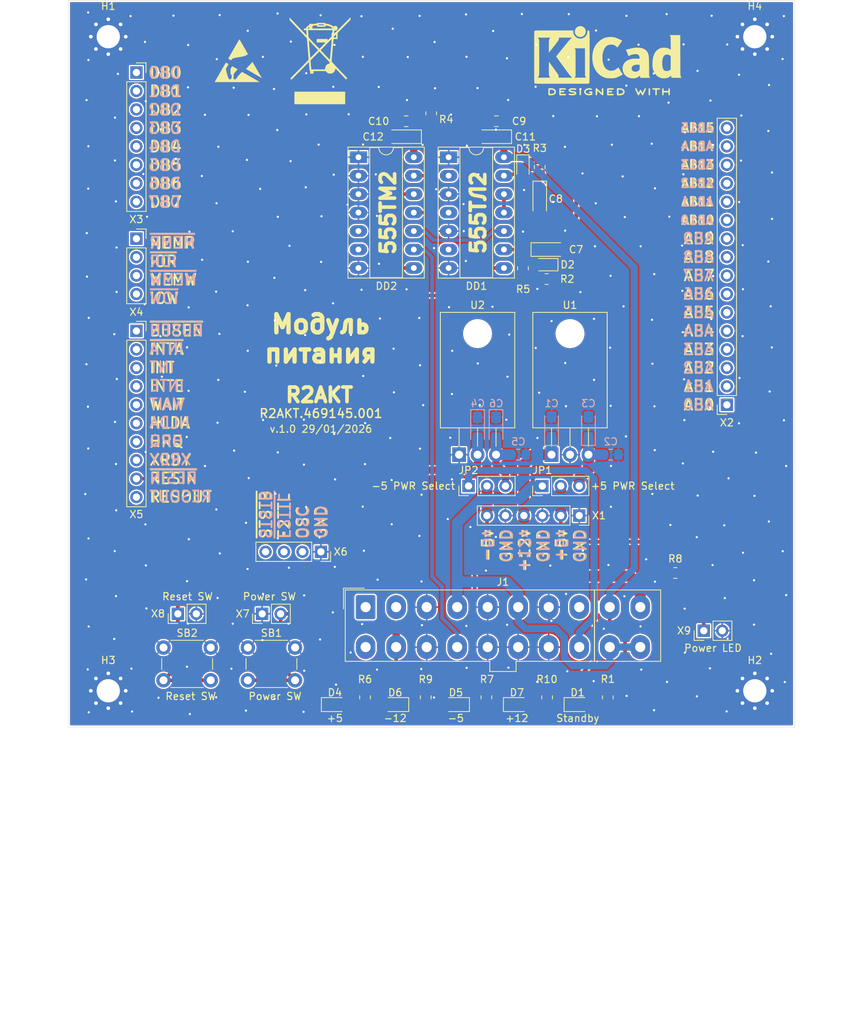
<source format=kicad_pcb>
(kicad_pcb (version 20240108) (generator "pcbnew") (generator_version "8.0")
  (title_block (title "Модуль питания") (date "2026-01-29") (company "R2AKT") (comment 1 "R2AKT.469145.001") (comment 2 "R2AKR"))
  (layers (0 "F.Cu" signal) (31 "B.Cu" signal) (34 "B.Paste" user) (35 "F.Paste" user) (36 "B.SilkS" user "B.Silkscreen") (37 "F.SilkS" user "F.Silkscreen") (38 "B.Mask" user) (39 "F.Mask" user) (44 "Edge.Cuts" user))
  (net 0 "")
  (net 1 "GND")
  (net 2 "+12")
  (net 3 "Net-(JP1-B)")
  (net 4 "-12")
  (net 5 "Net-(JP2-B)")
  (net 6 "Net-(D2-A)")
  (net 7 "/+5VSB")
  (net 8 "/~{ACLO}")
  (net 10 "Net-(J1--5V{slash}NC)")
  (net 12 "Net-(JP1-A)")
  (net 14 "/~{PS_ON}")
  (net 15 "+5")
  (net 16 "-5")
  (net 17 "Net-(X7-Pin_2)")
  (net 18 "/~{RESIN}")
  (net 19 "/AB4")
  (net 20 "/AB2")
  (net 21 "/AB11")
  (net 22 "/AB12")
  (net 23 "/AB14")
  (net 24 "/AB1")
  (net 25 "/AB15")
  (net 26 "/AB6")
  (net 27 "/AB0")
  (net 28 "/AB9")
  (net 29 "/AB3")
  (net 30 "/AB5")
  (net 31 "/AB13")
  (net 32 "/AB8")
  (net 33 "/AB7")
  (net 34 "/AB10")
  (net 35 "/DB6")
  (net 36 "/DB2")
  (net 37 "/DB4")
  (net 38 "/DB5")
  (net 39 "/DB3")
  (net 40 "/DB7")
  (net 41 "/DB1")
  (net 42 "/DB0")
  (net 43 "/~{MEMR}")
  (net 44 "/~{MEMW}")
  (net 45 "/~{IOR}")
  (net 46 "/~{IOW}")
  (net 47 "/~{BUSEN}")
  (net 48 "/WAIT")
  (net 49 "/HRQ")
  (net 50 "/RESOUT")
  (net 51 "/INTE")
  (net 52 "/XRDY")
  (net 53 "/~{INTA}")
  (net 54 "/INT")
  (net 55 "/HLDA")
  (net 56 "/Single_BCLK")
  (net 57 "/~{STSTB}")
  (net 58 "/Single_OSC_TTL")
  (net 59 "Net-(D3-A)")
  (net 60 "Net-(D4-A)")
  (net 61 "Net-(D5-K)")
  (net 62 "Net-(D6-K)")
  (net 63 "Net-(D7-A)")
  (net 64 "Net-(X9-Pin_1)")
  (net 65 "Net-(DD1-Pad11)")
  (net 66 "Net-(DD2B-C)")
  (net 70 "Net-(DD2B-~{S})")
  (net 72 "Net-(DD2B-D)")
  (net 73 "Net-(DD2B-~{R})")
  (net 75 "Net-(D1-A)")
  (footprint "Resistor_SMD:R_0805_2012Metric_Pad1.20x1.40mm_HandSolder" (layer "F.Cu") (at 128.046505 97.066228)
    (property "Reference" "R2")
    (property "Value" "10k")
  )
  (footprint "MountingHole:MountingHole_3.2mm_M3_Pad_Via" (layer "F.Cu") (at 67.704659 153.718)
    (property "Reference" "H3")
    (property "Value" "MountingHole_Pad")
  )
  (footprint "Package_TO_SOT_THT:TO-220-3_Horizontal_TabDown" (layer "F.Cu") (at 128.724505 121.231428)
    (property "Reference" "U1")
    (property "Value" "LM7805_TO220")
  )
  (footprint "Symbol:WEEE-Logo_8.4x12mm_SilkScreen" (layer "F.Cu") (at 96.850259 67.028169)
    (property "Reference" "REF**" (hide yes))
    (property "Value" "WEEE-Logo_8.4x12mm_SilkScreen" (hide yes))
  )
  (footprint "Resistor_SMD:R_0805_2012Metric_Pad1.20x1.40mm_HandSolder" (layer "F.Cu") (at 112.155555 74.268892 90)
    (property "Reference" "R4")
    (property "Value" "1k")
  )
  (footprint "Resistor_SMD:R_0805_2012Metric_Pad1.20x1.40mm_HandSolder" (layer "F.Cu") (at 136.46308 154.619 -90)
    (property "Reference" "R1")
    (property "Value" "470")
  )
  (footprint "LED_SMD:LED_0805_2012Metric_Pad1.15x1.40mm_HandSolder" (layer "F.Cu") (at 107.206307 155.619 180)
    (property "Reference" "D6")
    (property "Value" "-12")
  )
  (footprint "Capacitor_SMD:C_0805_2012Metric_Pad1.18x1.45mm_HandSolder" (layer "F.Cu") (at 108.722305 75.349228 180)
    (property "Reference" "C10")
    (property "Value" "100n")
  )
  (footprint "Capacitor_Tantalum_SMD:CP_EIA-3216-18_Kemet-A_Pad1.58x1.35mm_HandSolder" (layer "F.Cu") (at 127.098905 86.083128 -90)
    (property "Reference" "C8")
    (property "Value" "10u")
  )
  (footprint "Package_DIP:DIP-14_W7.62mm_Socket_LongPads" (layer "F.Cu") (at 114.551305 80.302228)
    (property "Reference" "DD1")
    (property "Value" "555ТЛ2 (74LS14)")
  )
  (footprint "Resistor_SMD:R_0805_2012Metric_Pad1.20x1.40mm_HandSolder" (layer "F.Cu") (at 128.110427 154.619 -90)
    (property "Reference" "R10")
    (property "Value" "1k5")
  )
  (footprint "Connector_PinHeader_2.54mm:PinHeader_1x03_P2.54mm_Vertical" (layer "F.Cu") (at 117.297164 125.539628 90)
    (property "Reference" "JP2")
    (property "Value" "-5 PWR Select")
  )
  (footprint "MountingHole:MountingHole_3.2mm_M3_Pad_Via" (layer "F.Cu") (at 156.704659 153.718)
    (property "Reference" "H2")
    (property "Value" "MountingHole_Pad")
  )
  (footprint "LED_SMD:LED_0805_2012Metric_Pad1.15x1.40mm_HandSolder" (layer "F.Cu") (at 115.558955 155.619 180)
    (property "Reference" "D5")
    (property "Value" "-5")
  )
  (footprint "LED_SMD:LED_0805_2012Metric_Pad1.15x1.40mm_HandSolder" (layer "F.Cu") (at 132.309251 155.619)
    (property "Reference" "D1")
    (property "Value" "Standby")
  )
  (footprint "Diode_SMD:D_SOD-323" (layer "F.Cu") (at 124.787505 81.594728 -90)
    (property "Reference" "D3")
    (property "Value" "1N4148WS")
  )
  (footprint "MountingHole:MountingHole_3.2mm_M3_Pad_Via" (layer "F.Cu") (at 156.704659 63.718)
    (property "Reference" "H4")
    (property "Value" "MountingHole_Pad")
  )
  (footprint "MountingHole:MountingHole_3.2mm_M3_Pad_Via" (layer "F.Cu") (at 67.704659 63.718)
    (property "Reference" "H1")
    (property "Value" "MountingHole_Pad")
  )
  (footprint "Capacitor_Tantalum_SMD:CP_EIA-3216-18_Kemet-A_Pad1.58x1.35mm_HandSolder" (layer "F.Cu") (at 120.733805 77.482828 180)
    (property "Reference" "C11")
    (property "Value" "1u")
  )
  (footprint "Resistor_SMD:R_0805_2012Metric_Pad1.20x1.40mm_HandSolder" (layer "F.Cu") (at 127.098905 81.648428 90)
    (property "Reference" "R3")
    (property "Value" "10k")
  )
  (footprint "Symbol:ESD-Logo_6.6x6mm_SilkScreen" (layer "F.Cu") (at 85.598059 67.008312)
    (property "Reference" "REF**" (hide yes))
    (property "Value" "ESD-Logo_6.6x6mm_SilkScreen" (hide yes))
  )
  (footprint "Connector_PinSocket_2.54mm:PinSocket_1x04_P2.54mm_Vertical" (layer "F.Cu") (at 96.977164 134.591928 -90)
    (property "Reference" "X6")
    (property "Value" "Clock")
  )
  (footprint "Resistor_SMD:R_0805_2012Metric_Pad1.20x1.40mm_HandSolder" (layer "F.Cu") (at 145.761259 137.5088)
    (property "Reference" "R8")
    (property "Value" "470")
  )
  (footprint "Resistor_SMD:R_0805_2012Metric_Pad1.20x1.40mm_HandSolder" (layer "F.Cu") (at 111.405131 154.619 -90)
    (property "Reference" "R9")
    (property "Value" "1k5")
  )
  (footprint "Resistor_SMD:R_0805_2012Metric_Pad1.20x1.40mm_HandSolder" (layer "F.Cu") (at 119.757779 154.619 -90)
    (property "Reference" "R7")
    (property "Value" "470")
  )
  (footprint "Connector_PinSocket_2.54mm:PinSocket_1x16_P2.54mm_Vertical" (layer "F.Cu") (at 152.857164 114.3679 180)
    (property "Reference" "X2")
    (property "Value" "Address")
  )
  (footprint "LED_SMD:LED_0805_2012Metric_Pad1.15x1.40mm_HandSolder" (layer "F.Cu") (at 123.956603 155.619)
    (property "Reference" "D7")
    (property "Value" "+12")
  )
  (footprint "Connector_PinSocket_2.54mm:PinSocket_1x10_P2.54mm_Vertical" (layer "F.Cu") (at 71.577164 104.2079)
    (property "Reference" "X5")
    (property "Value" "Control")
  )
  (footprint "Connector_Molex:Molex_Mini-Fit_Jr_5566-20A_2x10_P4.20mm_Vertical" (layer "F.Cu") (at 103.134505 142.202028)
    (property "Reference" "J1")
    (property "Value" "ATX-20")
  )
  (footprint "Capacitor_Tantalum_SMD:CP_EIA-3216-18_Kemet-A_Pad1.58x1.35mm_HandSolder" (layer "F.Cu") (at 128.384005 93.002228)
    (property "Reference" "C7")
    (property "Value" "1u")
  )
  (footprint "Diode_SMD:D_SOD-323" (layer "F.Cu") (at 127.996505 95.085028 180)
    (property "Reference" "D2")
    (property "Value" "1N4148WS")
  )
  (footprint "Capacitor_SMD:C_0805_2012Metric_Pad1.18x1.45mm_HandSolder" (layer "F.Cu") (at 121.133805 75.349228 180)
    (property "Reference" "C9")
    (property "Value" "100n")
  )
  (footprint "Connector_PinHeader_2.54mm:PinHeader_1x02_P2.54mm_Vertical" (layer "F.Cu") (at 149.679505 145.452028 90)
    (property "Reference" "X9")
    (property "Value" "Power LED")
  )
  (footprint "Button_Switch_THT:SW_PUSH_6mm" (layer "F.Cu") (at 75.309505 147.7704)
    (property "Reference" "SB2")
    (property "Value" "Reset SW")
  )
  (footprint "Package_TO_SOT_THT:TO-220-3_Horizontal_TabDown" (layer "F.Cu") (at 115.999105 121.231428)
    (property "Reference" "U2")
    (property "Value" "LM7905_TO220")
  )
  (footprint "Button_Switch_THT:SW_PUSH_6mm" (layer "F.Cu") (at 86.916105 147.7704)
    (property "Reference" "SB1")
    (property "Value" "Power SW")
  )
  (footprint "Connector_PinSocket_2.54mm:PinSocket_1x04_P2.54mm_Vertical" (layer "F.Cu") (at 71.577164 91.5079)
    (property "Reference" "X4")
    (property "Value" "Mode")
  )
  (footprint "Connector_PinHeader_2.54mm:PinHeader_1x02_P2.54mm_Vertical" (layer "F.Cu") (at 77.284505 143.12785 90)
    (property "Reference" "X8")
    (property "Value" "Reset SW")
  )
  (footprint "LED_SMD:LED_0805_2012Metric_Pad1.15x1.40mm_HandSolder" (layer "F.Cu") (at 98.898659 155.619)
    (property "Reference" "D4")
    (property "Value" "+5")
  )
  (footprint "Resistor_SMD:R_0805_2012Metric_Pad1.20x1.40mm_HandSolder" (layer "F.Cu") (at 124.787505 95.593028 90)
    (property "Reference" "R5")
    (property "Value" "470")
  )
  (footprint "Connector_PinSocket_2.54mm:PinSocket_1x06_P2.54mm_Vertical" (layer "F.Cu") (at 132.537164 129.6079 -90)
    (property "Reference" "X1")
    (property "Value" "Power" (hide yes))
  )
  (footprint "Connector_PinSocket_2.54mm:PinSocket_1x08_P2.54mm_Vertical" (layer "F.Cu") (at 71.577164 68.6479)
    (property "Reference" "X3")
    (property "Value" "Data")
  )
  (footprint "Capacitor_Tantalum_SMD:CP_EIA-3216-18_Kemet-A_Pad1.58x1.35mm_HandSolder" (layer "F.Cu") (at 108.322305 77.482828 180)
    (property "Reference" "C12")
    (property "Value" "1u")
  )
  (footprint "Connector_PinHeader_2.54mm:PinHeader_1x02_P2.54mm_Vertical" (layer "F.Cu") (at 88.891105 143.12785 90)
    (property "Reference" "X7")
    (property "Value" "Power SW")
  )
  (footprint "Symbol:KiCad-Logo2_8mm_SilkScreen" (layer "F.Cu") (at 136.464366 66.200224)
    (property "Reference" "REF**" (hide yes))
    (property "Value" "KiCad-Logo2_8mm_SilkScreen" (hide yes))
  )
  (footprint "Package_DIP:DIP-14_W7.62mm_Socket_LongPads" (layer "F.Cu") (at 102.139805 80.302228)
    (property "Reference" "DD2")
    (property "Value" "555ТМ2 (74LS74)")
  )
  (footprint "Connector_PinHeader_2.54mm:PinHeader_1x03_P2.54mm_Vertical" (layer "F.Cu") (at 127.457164 125.539628 90)
    (property "Reference" "JP1")
    (property "Value" "+5 PWR Select")
  )
  (footprint "Resistor_SMD:R_0805_2012Metric_Pad1.20x1.40mm_HandSolder" (layer "F.Cu") (at 103.052483 154.619 -90)
    (property "Reference" "R6")
    (property "Value" "470")
  )
  (footprint "Capacitor_SMD:C_0805_2012Metric_Pad1.18x1.45mm_HandSolder" (layer "B.Cu") (at 124.148605 121.231428)
    (property "Reference" "C5")
    (property "Value" "100n")
  )
  (footprint "Capacitor_SMD:C_0805_2012Metric_Pad1.18x1.45mm_HandSolder" (layer "B.Cu") (at 136.874005 121.231428)
    (property "Reference" "C2")
    (property "Value" "100n")
  )
  (footprint "Capacitor_Tantalum_SMD:CP_EIA-3216-18_Kemet-A_Pad1.58x1.35mm_HandSolder" (layer "B.Cu") (at 133.804505 117.472728 90)
    (property "Reference" "C3")
    (property "Value" "1u")
  )
  (footprint "Capacitor_Tantalum_SMD:CP_EIA-3216-18_Kemet-A_Pad1.58x1.35mm_HandSolder" (layer "B.Cu") (at 128.724505 117.472728 90)
    (property "Reference" "C1")
    (property "Value" "1u")
  )
  (footprint "Capacitor_Tantalum_SMD:CP_EIA-3216-18_Kemet-A_Pad1.58x1.35mm_HandSolder" (layer "B.Cu") (at 121.079105 117.523528 -90)
    (property "Reference" "C6")
    (property "Value" "1u")
  )
  (footprint "Capacitor_Tantalum_SMD:CP_EIA-3216-18_Kemet-A_Pad1.58x1.35mm_HandSolder" (layer "B.Cu") (at 118.539105 117.523528 -90)
    (property "Reference" "C4")
    (property "Value" "1u")
  )
  (gr_line (start 134.634505 139.8837) (end 134.634505 149.6627) (stroke (width 0.15)) (layer "F.SilkS"))
  (gr_rect (start 62.204659 58.718) (end 162.204659 158.718) (stroke (width 0.05)) (fill none) (layer "Edge.Cuts"))
  (gr_text "~{IOR}" (at 75.277505 94.6222 0) (layer "B.SilkS") (effects (font (size 1.5 1.5) (thickness 0.25) (bold yes)) (justify mirror)))
  (gr_text "-5v" (at 119.938459 133.703571 -90) (layer "B.SilkS") (effects (font (size 1.5 1.5) (thickness 0.25) (bold yes)) (justify mirror)))
  (gr_text "AB8" (at 148.917505 94.0479 0) (layer "B.SilkS") (effects (font (size 1.5 1.5) (thickness 0.25) (bold yes)) (justify mirror)))
  (gr_text "XRDY" (at 76.241933 121.9018 -0) (layer "B.SilkS") (effects (font (size 1.5 1.5) (thickness 0.25) (bold yes)) (justify mirror)))
  (gr_text "AB13" (at 148.737505 81.3479 0) (layer "B.SilkS") (effects (font (size 1.2 1.2) (thickness 0.25) (bold yes)) (justify mirror)))
  (gr_text "DB4" (at 75.444648 78.8438 0) (layer "B.SilkS") (effects (font (size 1.5 1.5) (thickness 0.25) (bold yes)) (justify mirror)))
  (gr_text "DB6" (at 75.444648 83.9238 0) (layer "B.SilkS") (effects (font (size 1.5 1.5) (thickness 0.25) (bold yes)) (justify mirror)))
  (gr_text "INTE" (at 75.777648 111.7418 0) (layer "B.SilkS") (effects (font (size 1.5 1.5) (thickness 0.25) (bold yes)) (justify mirror)))
  (gr_text "AB10" (at 148.737505 88.9679 0) (layer "B.SilkS") (effects (font (size 1.2 1.2) (thickness 0.25) (bold yes)) (justify mirror)))
  (gr_text "~{MEMW}" (at 76.634648 97.1622 0) (layer "B.SilkS") (effects (font (size 1.5 1.5) (thickness 0.25) (bold yes)) (justify mirror)))
  (gr_text "GND" (at 132.613459 133.775 -90) (layer "B.SilkS") (effects (font (size 1.5 1.5) (thickness 0.25) (bold yes)) (justify mirror)))
  (gr_text "AB14" (at 148.737505 78.8079 0) (layer "B.SilkS") (effects (font (size 1.2 1.2) (thickness 0.25) (bold yes)) (justify mirror)))
  (gr_text "HLDA" (at 76.170505 116.8218 0) (layer "B.SilkS") (effects (font (size 1.5 1.5) (thickness 0.25) (bold yes)) (justify mirror)))
  (gr_text "AB2" (at 148.917505 109.2879 0) (layer "B.SilkS") (effects (font (size 1.5 1.5) (thickness 0.25) (bold yes)) (justify mirror)))
  (gr_text "AB5" (at 148.917505 101.6679 0) (layer "B.SilkS") (effects (font (size 1.5 1.5) (thickness 0.25) (bold yes)) (justify mirror)))
  (gr_text "AB7" (at 148.917505 96.5879 0) (layer "B.SilkS") (effects (font (size 1.5 1.5) (thickness 0.25) (bold yes)) (justify mirror)))
  (gr_text "GND" (at 122.478459 133.775 -90) (layer "B.SilkS") (effects (font (size 1.5 1.5) (thickness 0.25) (bold yes)) (justify mirror)))
  (gr_text "~{INTA}" (at 75.741934 106.6618 0) (layer "B.SilkS") (effects (font (size 1.5 1.5) (thickness 0.25) (bold yes)) (justify mirror)))
  (gr_text "AB0" (at 148.917505 114.3679 0) (layer "B.SilkS") (effects (font (size 1.5 1.5) (thickness 0.25) (bold yes)) (justify mirror)))
  (gr_text "GND" (at 127.558459 133.775 -90) (layer "B.SilkS") (effects (font (size 1.5 1.5) (thickness 0.25) (bold yes)) (justify mirror)))
  (gr_text "DB2" (at 75.444648 73.7638 0) (layer "B.SilkS") (effects (font (size 1.5 1.5) (thickness 0.25) (bold yes)) (justify mirror)))
  (gr_text "DB0" (at 75.444648 68.6838 0) (layer "B.SilkS") (effects (font (size 1.5 1.5) (thickness 0.25) (bold yes)) (justify mirror)))
  (gr_text "DB3" (at 75.444648 76.3038 0) (layer "B.SilkS") (effects (font (size 1.5 1.5) (thickness 0.25) (bold yes)) (justify mirror)))
  (gr_text "DB7" (at 75.444648 86.4638 0) (layer "B.SilkS") (effects (font (size 1.5 1.5) (thickness 0.25) (bold yes)) (justify mirror)))
  (gr_text "AB6" (at 148.917505 99.1279 0) (layer "B.SilkS") (effects (font (size 1.5 1.5) (thickness 0.25) (bold yes)) (justify mirror)))
  (gr_text "~{STSTB}" (at 89.357164 129.464428 -90) (layer "B.SilkS") (effects (font (size 1.5 1.5) (thickness 0.25) (bold yes)) (justify mirror)))
  (gr_text "~{MEMR}" (at 76.527505 92.0822 0) (layer "B.SilkS") (effects (font (size 1.5 1.5) (thickness 0.25) (bold yes)) (justify mirror)))
  (gr_text "AB9" (at 148.917505 91.5079 0) (layer "B.SilkS") (effects (font (size 1.5 1.5) (thickness 0.25) (bold yes)) (justify mirror)))
  (gr_text "AB11" (at 148.737505 86.4279 0) (layer "B.SilkS") (effects (font (size 1.2 1.2) (thickness 0.25) (bold yes)) (justify mirror)))
  (gr_text "~{RESIN}" (at 76.670505 124.4418 0) (layer "B.SilkS") (effects (font (size 1.5 1.5) (thickness 0.25) (bold yes)) (justify mirror)))
  (gr_text "DB5" (at 75.444648 81.3838 0) (layer "B.SilkS") (effects (font (size 1.5 1.5) (thickness 0.25) (bold yes)) (justify mirror)))
  (gr_text "F2TTL" (at 91.897164 129.678714 -90) (layer "B.SilkS") (effects (font (size 1.5 1.5) (thickness 0.25) (bold yes)) (justify mirror)))
  (gr_text "AB1" (at 148.917505 111.8279 0) (layer "B.SilkS") (effects (font (size 1.5 1.5) (thickness 0.25) (bold yes)) (justify mirror)))
  (gr_text "WAIT" (at 75.813362 114.2818 0) (layer "B.SilkS") (effects (font (size 1.5 1.5) (thickness 0.25) (bold yes)) (justify mirror)))
  (gr_text "DB1" (at 75.444648 71.2238 0) (layer "B.SilkS") (effects (font (size 1.5 1.5) (thickness 0.25) (bold yes)) (justify mirror)))
  (gr_text "AB3" (at 148.917505 106.7479 0) (layer "B.SilkS") (effects (font (size 1.5 1.5) (thickness 0.25) (bold yes)) (justify mirror)))
  (gr_text "GND" (at 96.977164 130.500142 -90) (layer "B.SilkS") (effects (font (size 1.5 1.5) (thickness 0.25) (bold yes)) (justify mirror)))
  (gr_text "OSC" (at 94.437164 130.535856 -90) (layer "B.SilkS") (effects (font (size 1.5 1.5) (thickness 0.25) (bold yes)) (justify mirror)))
  (gr_text "+5v" (at 130.098459 133.703571 -90) (layer "B.SilkS") (effects (font (size 1.5 1.5) (thickness 0.25) (bold yes)) (justify mirror)))
  (gr_text "AB15" (at 148.737505 76.2679 0) (layer "B.SilkS") (effects (font (size 1.2 1.2) (thickness 0.25) (bold yes)) (justify mirror)))
  (gr_text "~{BUSEN}" (at 77.099077 104.1218 -0) (layer "B.SilkS") (effects (font (size 1.5 1.5) (thickness 0.25) (bold yes)) (justify mirror)))
  (gr_text "~{IOW}" (at 75.384648 99.7022 0) (layer "B.SilkS") (effects (font (size 1.5 1.5) (thickness 0.25) (bold yes)) (justify mirror)))
  (gr_text "AB4" (at 148.917505 104.2079 0) (layer "B.SilkS") (effects (font (size 1.5 1.5) (thickness 0.25) (bold yes)) (justify mirror)))
  (gr_text "INT" (at 75.099077 109.2018 0) (layer "B.SilkS") (effects (font (size 1.5 1.5) (thickness 0.25) (bold yes)) (justify mirror)))
  (gr_text "+12v" (at 125.018459 134.417857 -90) (layer "B.SilkS") (effects (font (size 1.5 1.5) (thickness 0.25) (bold yes)) (justify mirror)))
  (gr_text "RESOUT" (at 77.670505 126.9818 0) (layer "B.SilkS") (effects (font (size 1.5 1.5) (thickness 0.25) (bold yes)) (justify mirror)))
  (gr_text "AB12" (at 148.737505 83.8879 0) (layer "B.SilkS") (effects (font (size 1.2 1.2) (thickness 0.25) (bold yes)) (justify mirror)))
  (gr_text "HRQ" (at 75.70622 119.3618 0) (layer "B.SilkS") (effects (font (size 1.5 1.5) (thickness 0.25) (bold yes)) (justify mirror)))
  (gr_text "RESOUT" (at 77.670505 127.0326 -0) (layer "F.SilkS") (effects (font (size 1.5 1.5) (thickness 0.25) (bold yes))))
  (gr_text "DB6" (at 75.608135 83.9238 -0) (layer "F.SilkS") (effects (font (size 1.5 1.5) (thickness 0.25) (bold yes))))
  (gr_text "AB3" (at 149.044505 106.738 -0) (layer "F.SilkS") (effects (font (size 1.5 1.5) (thickness 0.25) (bold yes))))
  (gr_text "HLDA" (at 76.170505 116.8726 -0) (layer "F.SilkS") (effects (font (size 1.5 1.5) (thickness 0.25) (bold yes))))
  (gr_text "AB14" (at 148.864505 78.798 -0) (layer "F.SilkS") (effects (font (size 1.2 1.2) (thickness 0.25) (bold yes))))
  (gr_text "-5v" (at 119.934259 133.703572 90) (layer "F.SilkS") (effects (font (size 1.5 1.5) (thickness 0.25) (bold yes))))
  (gr_text "+12v" (at 125.014259 134.417857 90) (layer "F.SilkS") (effects (font (size 1.5 1.5) (thickness 0.25) (bold yes))))
  (gr_text "GND" (at 96.977164 130.503714 90) (layer "F.SilkS") (effects (font (size 1.5 1.5) (thickness 0.25) (bold yes))))
  (gr_text "Модуль\nпитания" (at 96.977259 108.756 0) (layer "F.SilkS") (effects (font (size 2.5 2.5) (thickness 0.6) (bold yes)) (justify bottom)))
  (gr_text "~{MEMR}" (at 76.536707 92.0822 -0) (layer "F.SilkS") (effects (font (size 1.5 1.5) (thickness 0.25) (bold yes))))
  (gr_text "INTE" (at 75.777648 111.7926 -0) (layer "F.SilkS") (effects (font (size 1.5 1.5) (thickness 0.25) (bold yes))))
  (gr_text "XRDY" (at 76.241933 121.9526 0) (layer "F.SilkS") (effects (font (size 1.5 1.5) (thickness 0.25) (bold yes))))
  (gr_text "DB1" (at 75.608135 71.2238 -0) (layer "F.SilkS") (effects (font (size 1.5 1.5) (thickness 0.25) (bold yes))))
  (gr_text "~{IOR}" (at 75.286707 94.6222 -0) (layer "F.SilkS") (effects (font (size 1.5 1.5) (thickness 0.25) (bold yes))))
  (gr_text "~{MEMW}" (at 76.64385 97.1622 -0) (layer "F.SilkS") (effects (font (size 1.5 1.5) (thickness 0.25) (bold yes))))
  (gr_text "DB3" (at 75.608135 76.3038 -0) (layer "F.SilkS") (effects (font (size 1.5 1.5) (thickness 0.25) (bold yes))))
  (gr_text "AB0" (at 149.044505 114.358 -0) (layer "F.SilkS") (effects (font (size 1.5 1.5) (thickness 0.25) (bold yes))))
  (gr_text "OSC" (at 94.437164 130.539428 90) (layer "F.SilkS") (effects (font (size 1.5 1.5) (thickness 0.25) (bold yes))))
  (gr_text "DB2" (at 75.608135 73.7638 -0) (layer "F.SilkS") (effects (font (size 1.5 1.5) (thickness 0.25) (bold yes))))
  (gr_text "F2TTL" (at 91.897164 129.682286 90) (layer "F.SilkS") (effects (font (size 1.5 1.5) (thickness 0.25) (bold yes))))
  (gr_text "~{RESIN}" (at 76.670505 124.4926 -0) (layer "F.SilkS") (effects (font (size 1.5 1.5) (thickness 0.25) (bold yes))))
  (gr_text "AB7" (at 149.044505 96.578 -0) (layer "F.SilkS") (effects (font (size 1.5 1.5) (thickness 0.25) (bold yes))))
  (gr_text "AB11" (at 148.864505 86.418 -0) (layer "F.SilkS") (effects (font (size 1.2 1.2) (thickness 0.25) (bold yes))))
  (gr_text "DB7" (at 75.608135 86.4638 -0) (layer "F.SilkS") (effects (font (size 1.5 1.5) (thickness 0.25) (bold yes))))
  (gr_text "GND" (at 127.554259 133.775001 90) (layer "F.SilkS") (effects (font (size 1.5 1.5) (thickness 0.25) (bold yes))))
  (gr_text "R2AKT.469145.001" (at 96.977259 115.5632 0) (layer "F.SilkS") (effects (font (size 1.2 1.2) (thickness 0.2) (bold yes))))
  (gr_text "555ТМ2" (at 107.392305 87.927228 90) (layer "F.SilkS") (effects (font (size 2 2) (thickness 0.5) (bold yes)) (justify bottom)))
  (gr_text "~{STSTB}" (at 89.357164 129.468 90) (layer "F.SilkS") (effects (font (size 1.5 1.5) (thickness 0.25) (bold yes))))
  (gr_text "AB4" (at 149.044505 104.198 -0) (layer "F.SilkS") (effects (font (size 1.5 1.5) (thickness 0.25) (bold yes))))
  (gr_text "GND" (at 122.474259 133.775001 90) (layer "F.SilkS") (effects (font (size 1.5 1.5) (thickness 0.25) (bold yes))))
  (gr_text "~{IOW}" (at 75.39385 99.7022 -0) (layer "F.SilkS") (effects (font (size 1.5 1.5) (thickness 0.25) (bold yes))))
  (gr_text "~{BUSEN}" (at 77.099077 104.1726 0) (layer "F.SilkS") (effects (font (size 1.5 1.5) (thickness 0.25) (bold yes))))
  (gr_text "AB2" (at 149.044505 109.278 -0) (layer "F.SilkS") (effects (font (size 1.5 1.5) (thickness 0.25) (bold yes))))
  (gr_text "AB8" (at 149.044505 94.038 -0) (layer "F.SilkS") (effects (font (size 1.5 1.5) (thickness 0.25) (bold yes))))
  (gr_text "AB6" (at 149.044505 99.118 -0) (layer "F.SilkS") (effects (font (size 1.5 1.5) (thickness 0.25) (bold yes))))
  (gr_text "DB4" (at 75.608135 78.8438 -0) (layer "F.SilkS") (effects (font (size 1.5 1.5) (thickness 0.25) (bold yes))))
  (gr_text "v.1.0 29/01/2026" (at 96.97726 117.6968 0) (layer "F.SilkS") (effects (font (size 1 1))))
  (gr_text "~{INTA}" (at 75.741934 106.7126 -0) (layer "F.SilkS") (effects (font (size 1.5 1.5) (thickness 0.25) (bold yes))))
  (gr_text "AB1" (at 149.044505 111.818 -0) (layer "F.SilkS") (effects (font (size 1.5 1.5) (thickness 0.25) (bold yes))))
  (gr_text "AB13" (at 148.864505 81.338 -0) (layer "F.SilkS") (effects (font (size 1.2 1.2) (thickness 0.25) (bold yes))))
  (gr_text "AB10" (at 148.864505 88.958 -0) (layer "F.SilkS") (effects (font (size 1.2 1.2) (thickness 0.25) (bold yes))))
  (gr_text "+5v" (at 130.094259 133.703572 90) (layer "F.SilkS") (effects (font (size 1.5 1.5) (thickness 0.25) (bold yes))))
  (gr_text "WAIT" (at 75.813362 114.3326 -0) (layer "F.SilkS") (effects (font (size 1.5 1.5) (thickness 0.25) (bold yes))))
  (gr_text "AB15" (at 148.864505 76.258 -0) (layer "F.SilkS") (effects (font (size 1.2 1.2) (thickness 0.25) (bold yes))))
  (gr_text "AB5" (at 149.044505 101.658 -0) (layer "F.SilkS") (effects (font (size 1.5 1.5) (thickness 0.25) (bold yes))))
  (gr_text "555ТЛ2" (at 119.803805 87.927228 90) (layer "F.SilkS") (effects (font (size 2 2) (thickness 0.5) (bold yes)) (justify bottom)))
  (gr_text "GND" (at 132.609259 133.775001 90) (layer "F.SilkS") (effects (font (size 1.5 1.5) (thickness 0.25) (bold yes))))
  (gr_text "DB5" (at 75.608135 81.3838 -0) (layer "F.SilkS") (effects (font (size 1.5 1.5) (thickness 0.25) (bold yes))))
  (gr_text "DB0" (at 75.608135 68.6838 -0) (layer "F.SilkS") (effects (font (size 1.5 1.5) (thickness 0.25) (bold yes))))
  (gr_text "INT" (at 75.099077 109.2526 -0) (layer "F.SilkS") (effects (font (size 1.5 1.5) (thickness 0.25) (bold yes))))
  (gr_text "AB12" (at 148.864505 83.878 -0) (layer "F.SilkS") (effects (font (size 1.2 1.2) (thickness 0.25) (bold yes))))
  (gr_text "AB9" (at 149.044505 91.498 -0) (layer "F.SilkS") (effects (font (size 1.5 1.5) (thickness 0.25) (bold yes))))
  (gr_text "R2AKT" (at 91.855831 114.1916 0) (layer "F.SilkS") (effects (font (size 2 2) (thickness 0.5) (bold yes)) (justify left bottom)))
  (gr_text "HRQ" (at 75.70622 119.4126 -0) (layer "F.SilkS") (effects (font (size 1.5 1.5) (thickness 0.25) (bold yes))))
  (via (at 64.971939 66.91807) (size 0.6) (drill 0.3) (layers "F.Cu" "B.Cu") (net 1))
  (via (at 119.692252 137.178) (size 0.6) (drill 0.3) (layers "F.Cu" "B.Cu") (net 1))
  (via (at 76.989933 80.509562) (size 0.6) (drill 0.3) (layers "F.Cu" "B.Cu") (net 1))
  (via (at 82.583668 128.765917) (size 0.6) (drill 0.3) (layers "F.Cu" "B.Cu") (net 1))
  (via (at 104.933473 70.633873) (size 0.6) (drill 0.3) (layers "F.Cu" "B.Cu") (net 1))
  (via (at 150.763901 60.838157) (size 0.6) (drill 0.3) (layers "F.Cu" "B.Cu") (net 1))
  (via (at 124.636952 60.59884) (size 0.6) (drill 0.3) (layers "F.Cu" "B.Cu") (net 1))
  (via (at 84.835445 144.48863) (size 0.6) (drill 0.3) (layers "F.Cu" "B.Cu") (net 1))
  (via (at 105.100932 102.49257) (size 0.6) (drill 0.3) (layers "F.Cu" "B.Cu") (net 1))
  (via (at 102.890649 134.443912) (size 0.6) (drill 0.3) (layers "F.Cu" "B.Cu") (net 1))
  (via (at 78.932349 156.920605) (size 0.6) (drill 0.3) (layers "F.Cu" "B.Cu") (net 1))
  (via (at 86.919104 94.681226) (size 0.6) (drill 0.3) (layers "F.Cu" "B.Cu") (net 1))
  (via (at 142.562591 102.672238) (size 0.6) (drill 0.3) (layers "F.Cu" "B.Cu") (net 1))
  (via (at 86.903812 62.904755) (size 0.6) (drill 0.3) (layers "F.Cu" "B.Cu") (net 1))
  (via (at 90.708939 126.59394) (size 0.6) (drill 0.3) (layers "F.Cu" "B.Cu") (net 1))
  (via (at 147.045778 142.422041) (size 0.6) (drill 0.3) (layers "F.Cu" "B.Cu") (net 1))
  (via (at 140.754739 74.658285) (size 0.6) (drill 0.3) (layers "F.Cu" "B.Cu") (net 1))
  (via (at 138.805733 88.535427) (size 0.6) (drill 0.3) (layers "F.Cu" "B.Cu") (net 1))
  (via (at 153.090134 124.488048) (size 0.6) (drill 0.3) (layers "F.Cu" "B.Cu") (net 1))
  (via (at 148.839683 126.853631) (size 0.6) (drill 0.3) (layers "F.Cu" "B.Cu") (net 1))
  (via (at 112.684745 70.815751) (size 0.6) (drill 0.3) (layers "F.Cu" "B.Cu") (net 1))
  (via (at 68.619258 80.749312) (size 0.6) (drill 0.3) (layers "F.Cu" "B.Cu") (net 1))
  (via (at 103.044123 122.52991) (size 0.6) (drill 0.3) (layers "F.Cu" "B.Cu") (net 1))
  (via (at 74.63882 92.862483) (size 0.6) (drill 0.3) (layers "F.Cu" "B.Cu") (net 1))
  (via (at 115.054764 106.936693) (size 0.6) (drill 0.3) (layers "F.Cu" "B.Cu") (net 1))
  (via (at 84.842817 90.491311) (size 0.6) (drill 0.3) (layers "F.Cu" "B.Cu") (net 1))
  (via (at 78.875624 90.542642) (size 0.6) (drill 0.3) (layers "F.Cu" "B.Cu") (net 1))
  (via (at 127.018681 112.701455) (size 0.6) (drill 0.3) (layers "F.Cu" "B.Cu") (net 1))
  (via (at 74.584921 124.906004) (size 0.6) (drill 0.3) (layers "F.Cu" "B.Cu") (net 1))
  (via (at 82.639779 66.810946) (size 0.6) (drill 0.3) (layers "F.Cu" "B.Cu") (net 1))
  (via (at 117.030817 150.561693) (size 0.6) (drill 0.3) (layers "F.Cu" "B.Cu") (net 1))
  (via (at 68.851347 92.726889) (size 0.6) (drill 0.3) (layers "F.Cu" "B.Cu") (net 1))
  (via (at 128.552139 136.492075) (size 0.6) (drill 0.3) (layers "F.Cu" "B.Cu") (net 1))
  (via (at 114.43635 130.086903) (size 0.6) (drill 0.3) (layers "F.Cu" "B.Cu") (net 1))
  (via (at 134.972462 74.67305) (size 0.6) (drill 0.3) (layers "F.Cu" "B.Cu") (net 1))
  (via (at 115.012526 112.887659) (size 0.6) (drill 0.3) (layers "F.Cu" "B.Cu") (net 1))
  (via (at 107.025178 112.654023) (size 0.6) (drill 0.3) (layers "F.Cu" "B.Cu") (net 1))
  (via (at 142.964059 138.702975) (size 0.6) (drill 0.3) (layers "F.Cu" "B.Cu") (net 1))
  (via (at 78.667839 144.470611) (size 0.6) (drill 0.3) (layers "F.Cu" "B.Cu") (net 1))
  (via (at 64.986556 132.762417) (size 0.6) (drill 0.3) (layers "F.Cu" "B.Cu") (net 1))
  (via (at 68.534023 104.652426) (size 0.6) (drill 0.3) (layers "F.Cu" "B.Cu") (net 1))
  (via (at 150.965005 78.616825) (size 0.6) (drill 0.3) (layers "F.Cu" "B.Cu") (net 1))
  (via (at 90.603174 154.810887) (size 0.6) (drill 0.3) (layers "F.Cu" "B.Cu") (net 1))
  (via (at 98.611993 142.929198) (size 0.6) (drill 0.3) (layers "F.Cu" "B.Cu") (net 1))
  (via (at 136.889901 128.401807) (size 0.6) (drill 0.3) (layers "F.Cu" "B.Cu") (net 1))
  (via (at 138.964336 118.71317) (size 0.6) (drill 0.3) (layers "F.Cu" "B.Cu") (net 1))
  (via (at 86.787664 80.671744) (size 0.6) (drill 0.3) (layers "F.Cu" "B.Cu") (net 1))
  (via (at 72.82124 130.823427) (size 0.6) (drill 0.3) (layers "F.Cu" "B.Cu") (net 1))
  (via (at 110.627544 108.929709) (size 0.6) (drill 0.3) (layers "F.Cu" "B.Cu") (net 1))
  (via (at 94.634611 122.597798) (size 0.6) (drill 0.3) (layers "F.Cu" "B.Cu") (net 1))
  (via (at 130.562787 78.87655) (size 0.6) (drill 0.3) (layers "F.Cu" "B.Cu") (net 1))
  (via (at 152.960541 146.544819) (size 0.6) (drill 0.3) (layers "F.Cu" "B.Cu") (net 1))
  (via (at 132.69832 98.86464) (size 0.6) (drill 0.3) (layers "F.Cu" "B.Cu") (net 1))
  (via (at 115.010064 124.623978) (size 0.6) (drill 0.3) (layers "F.Cu" "B.Cu") (net 1))
  (via (at 126.539463 106.542199) (size 0.6) (drill 0.3) (layers "F.Cu" "B.Cu") (net 1))
  (via (at 110.886568 144.689341) (size 0.6) (drill 0.3) (layers "F.Cu" "B.Cu") (net 1))
  (via (at 131.032022 66.519388) (size 0.6) (drill 0.3) (layers "F.Cu" "B.Cu") (net 1))
  (via (at 155.019437 104.923304) (size 0.6) (drill 0.3) (layers "F.Cu" "B.Cu") (net 1))
  (via (at 81.020498 122.793288) (size 0.6) (drill 0.3) (layers "F.Cu" "B.Cu") (net 1))
  (via (at 94.957359 68.746106) (size 0.6) (drill 0.3) (layers "F.Cu" "B.Cu") (net 1))
  (via (at 118.849231 114.394008) (size 0.6) (drill 0.3) (layers "F.Cu" "B.Cu") (net 1))
  (via (at 154.534486 68.948255) (size 0.6) (drill 0.3) (layers "F.Cu" "B.Cu") (net 1))
  (via (at 142.597541 126.626457) (size 0.6) (drill 0.3) (layers "F.Cu" "B.Cu") (net 1))
  (via (at 110.559496 60.857864) (size 0.6) (drill 0.3) (layers "F.Cu" "B.Cu") (net 1))
  (via (at 86.900904 106.932935) (size 0.6) (drill 0.3) (layers "F.Cu" "B.Cu") (net 1))
  (via (at 138.757468 140.707375) (size 0.6) (drill 0.3) (layers "F.Cu" "B.Cu") (net 1))
  (via (at 110.972659 78.6062) (size 0.6) (drill 0.3) (layers "F.Cu" "B.Cu") (net 1))
  (via (at 158.569042 94.656215) (size 0.6) (drill 0.3) (layers "F.Cu" "B.Cu") (net 1))
  (via (at 92.799462 80.842855) (size 0.6) (drill 0.3) (layers "F.Cu" "B.Cu") (net 1))
  (via (at 159.073675 82.404734) (size 0.6) (drill 0.3) (layers "F.Cu" "B.Cu") (net 1))
  (via (at 94.933855 128.430985) (size 0.6) (drill 0.3) (layers "F.Cu" "B.Cu") (net 1))
  (via (at 65.00591 144.873532) (size 0.6) (drill 0.3) (layers "F.Cu" "B.Cu") (net 1))
  (via (at 154.54992 86.470088) (size 0.6) (drill 0.3) (layers "F.Cu" "B.Cu") (net 1))
  (via (at 76.988113 86.906277) (size 0.6) (drill 0.3) (layers "F.Cu" "B.Cu") (net 1))
  (via (at 70.985858 156.570953) (size 0.6) (drill 0.3) (layers "F.Cu" "B.Cu") (net 1))
  (via (at 82.855712 78.861389) (size 0.6) (drill 0.3) (layers "F.Cu" "B.Cu") (net 1))
  (via (at 160.52283 66.791262) (size 0.6) (drill 0.3) (layers "F.Cu" "B.Cu") (net 1))
  (via (at 144.563608 60.609343) (size 0.6) (drill 0.3) (layers "F.Cu" "B.Cu") (net 1))
  (via (at 142.514632 78.44491) (size 0.6) (drill 0.3) (layers "F.Cu" "B.Cu") (net 1))
  (via (at 64.9713 78.795334) (size 0.6) (drill 0.3) (layers "F.Cu" "B.Cu") (net 1))
  (via (at 96.863016 146.66313) (size 0.6) (drill 0.3) (layers "F.Cu" "B.Cu") (net 1))
  (via (at 102.733478 128.379166) (size 0.6) (drill 0.3) (layers "F.Cu" "B.Cu") (net 1))
  (via (at 99.057749 152.873677) (size 0.6) (drill 0.3) (layers "F.Cu" "B.Cu") (net 1))
  (via (at 138.513994 82.949352) (size 0.6) (drill 0.3) (layers "F.Cu" "B.Cu") (net 1))
  (via (at 86.873317 100.67695) (size 0.6) (drill 0.3) (layers "F.Cu" "B.Cu") (net 1))
  (via (at 90.566133 96.896879) (size 0.6) (drill 0.3) (layers "F.Cu" "B.Cu") (net 1))
  (via (at 136.908444 122.779165) (size 0.6) (drill 0.3) (layers "F.Cu" "B.Cu") (net 1))
  (via (at 80.5867 82.888225) (size 0.6) (drill 0.3) (layers "F.Cu" "B.Cu") (net 1))
  (via (at 117.551259 131.1842) (size 0.6) (drill 0.3) (layers "F.Cu" "B.Cu") (net 1))
  (via (at 150.862487 108.561776) (size 0.6) (drill 0.3) (layers "F.Cu" "B.Cu") (net 1))
  (via (at 104.527897 82.660463) (size 0.6) (drill 0.3) (layers "F.Cu" "B.Cu") (net 1))
  (via (at 72.877034 136.469885) (size 0.6) (drill 0.3) (layers "F.Cu" "B.Cu") (net 1))
  (via (at 118.570701 108.68194) (size 0.6) (drill 0.3) (layers "F.Cu" "B.Cu") (net 1))
  (via (at 106.521535 118.935972) (size 0.6) (drill 0.3) (layers "F.Cu" "B.Cu") (net 1))
  (via (at 91.041302 120.909015) (size 0.6) (drill 0.3) (layers "F.Cu" "B.Cu") (net 1))
  (via (at 90.830539 108.965634) (size 0.6) (drill 0.3) (layers "F.Cu" "B.Cu") (net 1))
  (via (at 150.620998 90.61382) (size 0.6) (drill 0.3) (layers "F.Cu" "B.Cu") (net 1))
  (via (at 156.655114 126.891761) (size 0.6) (drill 0.3) (layers "F.Cu" "B.Cu") (net 1))
  (via (at 112.547459 92.8048) (size 0.6) (drill 0.3) (layers "F.Cu" "B.Cu") (net 1))
  (via (at 134.573347 110.93733) (size 0.6) (drill 0.3) (layers "F.Cu" "B.Cu") (net 1))
  (via (at 147.079481 148.461153) (size 0.6) (drill 0.3) (layers "F.Cu" "B.Cu") (net 1))
  (via (at 86.877476 136.95926) (size 0.6) (drill 0.3) (layers "F.Cu" "B.Cu") (net 1))
  (via (at 160.82672 152.514635) (size 0.6) (drill 0.3) (layers "F.Cu" "B.Cu") (net 1))
  (via (at 86.510421 112.57364) (size 0.6) (drill 0.3) (layers "F.Cu" "B.Cu") (net 1))
  (via (at 120.683452 62.931231) (size 0.6) (drill 0.3) (layers "F.Cu" "B.Cu") (net 1))
  (via (at 89.012606 140.392759) (size 0.6) (drill 0.3) (layers "F.Cu" "B.Cu") (net 1))
  (via (at 108.765423 98.477482) (size 0.6) (drill 0.3) (layers "F.Cu" "B.Cu") (net 1))
  (via (at 144.945899 88.485289) (size 0.6) (drill 0.3) (layers "F.Cu" "B.Cu") (net 1))
  (via (at 78.501386 118.787745) (size 0.6) (drill 0.3) (layers "F.Cu" "B.Cu") (net 1))
  (via (at 110.522597 102.418722) (size 0.6) (drill 0.3) (layers "F.Cu" "B.Cu") (net 1))
  (via (at 136.863018 114.502396) (size 0.6) (drill 0.3) (layers "F.Cu" "B.Cu") (net 1))
  (via (at 98.831897 112.691497) (size 0.6) (drill 0.3) (layers "F.Cu" "B.Cu") (net 1))
  (via (at 121.060226 76.511958) (size 0.6) (drill 0.3) (layers "F.Cu" "B.Cu") (net 1))
  (via (at 81.005645 74.468507) (size 0.6) (drill 0.3) (layers "F.Cu" "B.Cu") (net 1))
  (via (at 110.623188 120.397536) (size 0.6) (drill 0.3) (layers "F.Cu" "B.Cu") (net 1))
  (via (at 65.01441 156.679075) (size 0.6) (drill 0.3) (layers "F.Cu" "B.Cu") (net 1))
  (via (at 128.965556 74.641444) (size 0.6) (drill 0.3) (layers "F.Cu" "B.Cu") (net 1))
  (via (at 68.526263 146.585102) (size 0.6) (drill 0.3) (layers "F.Cu" "B.Cu") (net 1))
  (via (at 146.896907 64.772053) (size 0.6) (drill 0.3) (layers "F.Cu" "B.Cu") (net 1))
  (via (at 148.731059 154.485338) (size 0.6) (drill 0.3) (layers "F.Cu" "B.Cu") (net 1))
  (via (at 146.769117 104.376425) (size 0.6) (drill 0.3) (layers "F.Cu" "B.Cu") (net 1))
  (via (at 142.794909 68.783273) (size 0.6) (drill 0.3) (layers "F.Cu" "B.Cu") (net 1))
  (via (at 159.079974 88.786237) (size 0.6) (drill 0.3) (layers "F.Cu" "B.Cu") (net 1))
  (via (at 64.877896 150.775549) (size 0.6) (drill 0.3) (layers "F.Cu" "B.Cu") (net 1))
  (via (at 87.039716 124.455259) (size 0.6) (drill 0.3) (layers "F.Cu" "B.Cu") (net 1))
  (via (at 68.756558 86.388951) (size 0.6) (drill 0.3) (layers "F.Cu" "B.Cu") (net 1))
  (via (at 102.800898 110.400849) (size 0.6) (drill 0.3) (layers "F.Cu" "B.Cu") (net 1))
  (via (at 86.667298 130.604516) (size 0.6) (drill 0.3) (layers "F.Cu" "B.Cu") (net 1))
  (via (at 158.559677 76.6889) (size 0.6) (drill 0.3) (layers "F.Cu" "B.Cu") (net 1))
  (via (at 128.927998 86.453676) (size 0.6) (drill 0.3) (layers "F.Cu" "B.Cu") (net 1))
  (via (at 147.010523 116.47369) (size 0.6) (drill 0.3) (layers "F.Cu" "B.Cu") (net 1))
  (via (at 108.930682 66.511981) (size 0.6) (drill 0.3) (layers "F.Cu" "B.Cu") (net 1))
  (via (at 104.683499 88.371439) (size 0.6) (drill 0.3) (layers "F.Cu" "B.Cu") (net 1))
  (via (at 139.019853 70.451254) (size 0.6) (drill 0.3) (layers "F.Cu" "B.Cu") (net 1))
  (via (at 116.992977 144.794086) (size 0.6) (drill 0.3) (layers "F.Cu" "B.Cu") (net 1))
  (via (at 100.649309 86.835814) (size 0.6) (drill 0.3) (layers "F.Cu" "B.Cu") (net 1))
  (via (at 138.634522 100.819097) (size 0.6) (drill 0.3) (layers "F.Cu" "B.Cu") (net 1))
  (via (at 104.969287 94.958994) (size 0.6) (drill 0.3) (layers "F.Cu" "B.Cu") (net 1))
  (via (at 117.066398 78.718172) (size 0.6) (drill 0.3) (layers "F.Cu" "B.Cu") (net 1))
  (via (at 126.743627 152.475956) (size 0.6) (drill 0.3) (layers "F.Cu" "B.Cu") (net 1))
  (via (at 94.671042 140.587347) (size 0.6) (drill 0.3) (layers "F.Cu" "B.Cu") (net 1))
  (via (at 126.772963 98.418638) (size 0.6) (drill 0.3) (layers "F.Cu" "B.Cu") (net 1))
  (via (at 64.710799 72.44699) (size 0.6) (drill 0.3) (layers "F.Cu" "B.Cu") (net 1))
  (via (at 68.795248 128.886911) (size 0.6) (drill 0.3) (layers "F.Cu" "B.Cu") (net 1))
  (via (at 130.600207 90.401087) (size 0.6) (drill 0.3) (layers "F.Cu" "B.Cu") (net 1))
  (via (at 72.719574 100.526809) (size 0.6) (drill 0.3) (layers "F.Cu" "B.Cu") (net 1))
  (via (at 148.709631 132.577775) (size 0.6) (drill 0.3) (layers "F.Cu" "B.Cu") (net 1))
  (via (at 78.76038 112.444777) (size 0.6) (drill 0.3) (layers "F.Cu" "B.Cu") (net 1))
  (via (at 152.912851 64.795934) (size 0.6) (drill 0.3) (layers "F.Cu" "B.Cu") (net 1))
  (via (at 132.704311 70.923919) (size 0.6) (drill 0.3) (layers "F.Cu" "B.Cu") (net 1))
  (via (at 122.898766 104.705516) (size 0.6) (drill 0.3) (layers "F.Cu" "B.Cu") (net 1))
  (via (at 142.614303 108.713263) (size 0.6) (drill 0.3) (layers "F.Cu" "B.Cu") (net 1))
  (via (at 78.685684 70.692638) (size 0.6) (drill 0.3) (layers "F.Cu" "B.Cu") (net 1))
  (via (at 90.630512 102.745526) (size 0.6) (drill 0.3) (layers "F.Cu" "B.Cu") (net 1))
  (via (at 135.915459 145.1796) (size 0.6) (drill 0.3) (layers "F.Cu" "B.Cu") (net 1))
  (via (at 161.023593 140.550526) (size 0.6) (drill 0.3) (layers "F.Cu" "B.Cu") (net 1))
  (via (at 150.562094 114.797333) (size 0.6) (drill 0.3) (layers "F.Cu" "B.Cu") (net 1))
  (via (at 65.016083 102.411849) (size 0.6) (drill 0.3) (layers "F.Cu" "B.Cu") (net 1))
  (via (at 94.808978 98.590258) (size 0.6) (drill 0.3) (layers "F.Cu" "B.Cu") (net 1))
  (via (at 89.014967 116.459467) (size 0.6) (drill 0.3) (layers "F.Cu" "B.Cu") (net 1))
  (via (at 98.833012 64.847276) (size 0.6) (drill 0.3) (layers "F.Cu" "B.Cu") (net 1))
  (via (at 75.08542 110.501941) (size 0.6) (drill 0.3) (layers "F.Cu" "B.Cu") (net 1))
  (via (at 68.633301 74.85619) (size 0.6) (drill 0.3) (layers "F.Cu" "B.Cu") (net 1))
  (via (at 82.608892 86.632306) (size 0.6) (drill 0.3) (layers "F.Cu" "B.Cu") (net 1))
  (via (at 130.723011 140.389197) (size 0.6) (drill 0.3) (layers "F.Cu" "B.Cu") (net 1))
  (via (at 64.700269 108.78734) (size 0.6) (drill 0.3) (layers "F.Cu" "B.Cu") (net 1))
  (via (at 116.606289 86.750483) (size 0.6) (drill 0.3) (layers "F.Cu" "B.Cu") (net 1))
  (via (at 137.026747 78.57872) (size 0.6) (drill 0.3) (layers "F.Cu" "B.Cu") (net 1))
  (via (at 101.061923 148.452167) (size 0.6) (drill 0.3) (layers "F.Cu" "B.Cu") (net 1))
  (via (at 155.084105 134.72231) (size 0.6) (drill 0.3) (layers "F.Cu" "B.Cu") (net 1))
  (via (at 94.589859 156.618174) (size 0.6) (drill 0.3) (layers "F.Cu" "B.Cu") (net 1))
  (via (at 73.035695 88.490566) (size 0.6) (drill 0.3) (layers "F.Cu" "B.Cu") (net 1))
  (via (at 98.929726 124.631562) (size 0.6) (drill 0.3) (layers "F.Cu" "B.Cu") (net 1))
  (via (at 68.766967 140.692667) (size 0.6) (drill 0.3) (layers "F.Cu" "B.Cu") (net 1))
  (via (at 88.619077 84.657823) (size 0.6) (drill 0.3) (layers "F.Cu" "B.Cu") (net 1))
  (via (at 114.776787 118.89608) (size 0.6) (drill 0.3) (layers "F.Cu" "B.Cu") (net 1))
  (via (at 92.834004 64.394508) (size 0.6) (drill 0.3) (layers "F.Cu" "B.Cu") (net 1))
  (via (at 127.049377 132.388579) (size 0.6) (drill 0.3) (layers "F.Cu" "B.Cu") (net 1))
  (via (at 92.655415 92.484946) (size 0.6) (drill 0.3) (layers "F.Cu" "B.Cu") (net 1))
  (via (at 134.518189 152.391698) (size 0.6) (drill 0.3) (layers "F.Cu" "B.Cu") (net 1))
  (via (at 124.987385 78.595942) (size 0.6) (drill 0.3) (layers "F.Cu" "B.Cu") (net 1))
  (via (at 156.588569 144.613623) (size 0.6) (drill 0.3) (layers "F.Cu" "B.Cu") (net 1))
  (via (at 142.864364 96.388693) (size 0.6) (drill 0.3) (layers "F.Cu" "B.Cu") (net 1))
  (via (at 136.581604 66.878326) (size 0.6) (drill 0.3) (layers "F.Cu" "B.Cu") (net 1))
  (via (at 98.648318 100.403418) (size 0.6) (drill 0.3) (layers "F.Cu" "B.Cu") (net 1))
  (via (at 156.869901 120.94789) (size 0.6) (drill 0.3) (layers "F.Cu" "B.Cu") (net 1))
  (via (at 72.752464 64.43767) (size 0.6) (drill 0.3) (layers "F.Cu" "B.Cu") (net 1))
  (via (at 139.059925 154.418364) (size 0.6) (drill 0.3) (layers "F.Cu" "B.Cu") (net 1))
  (via (at 130.605112 108.61985) (size 0.6) (drill 0.3) (layers "F.Cu" "B.Cu") (net 1))
  (via (at 146.969843 110.862099) (size 0.6) (drill 0.3) (layers "F.Cu" "B.Cu") (net 1))
  (via (at 140.694577 64.820625) (size 0.6) (drill 0.3) (layers "F.Cu" "B.Cu") (net 1))
  (via (at 94.678926 150.958431) (size 0.6) (drill 0.3) (layers "F.Cu" "B.Cu") (net 1))
  (via (at 68.883964 110.821382) (size 0.6) (drill 0.3) (layers "F.Cu" "B.Cu") (net 1))
  (via (at 88.92688 146.747853) (size 0.6) (drill 0.3) (layers "F.Cu" "B.Cu") (net 1))
  (via (at 158.88489 100.816352) (size 0.6) (drill 0.3) (layers "F.Cu" "B.Cu") (net 1))
  (via (at 82.5556 98.797924) (size 0.6) (drill 0.3) (layers "F.Cu" "B.Cu") (net 1))
  (via (at 108.822907 72.437354) (size 0.6) (drill 0.3) (layers "F.Cu" "B.Cu") (net 1))
  (via (at 64.949468 84.62735) (size 0.6) (drill 0.3) (layers "F.Cu" "B.Cu") (net 1))
  (via (at 112.84888 84.701407) (size 0.6) (drill 0.3) (layers "F.Cu" "B.Cu") (net 1))
  (via (at 98.738668 82.705917) (size 0.6) (drill 0.3) (layers "F.Cu" "B.Cu") (net 1))
  (via (at 120.588914 100.874093) (size 0.6) (drill 0.3) (layers "F.Cu" "B.Cu") (net 1))
  (via (at 91.039981 88.504652) (size 0.6) (drill 0.3) (layers "F.Cu" "B.Cu") (net 1))
  (via (at 124.790894 90.544334) (size 0.6) (drill 0.3) (layers "F.Cu" "B.Cu") (net 1))
  (via (at 122.655992 110.50311) (size 0.6) (drill 0.3) (layers "F.Cu" "B.Cu") (net 1))
  (via (at 154.855737 74.562761) (size 0.6) (drill 0.3) (layers "F.Cu" "B.Cu") (net 1))
  (via (at 140.989114 92.557756) (size 0.6) (drill 0.3) (layers "F.Cu" "B.Cu") (net 1))
  (via (at 72.958789 142.383222) (size 0.6) (drill 0.3) (layers "F.Cu" "B.Cu") (net 1))
  (via (at 122.74986 72.425901) (size 0.6) (drill 0.3) (layers "F.Cu" "B.Cu") (net 1))
  (via (at 64.546179 126.647252) (size 0.6) (drill 0.3) (layers "F.Cu" "B.Cu") (net 1))
  (via (at 96.936028 60.770332) (size 0.6) (drill 0.3) (layers "F.Cu" "B.Cu") (net 1))
  (via (at 90.522813 70.909336) (size 0.6) (drill 0.3) (layers "F.Cu" "B.Cu") (net 1))
  (via (at 158.948667 148.62441) (size 0.6) (drill 0.3) (layers "F.Cu" "B.Cu") (net 1))
  (via (at 126.785432 118.934002) (size 0.6) (drill 0.3) (layers "F.Cu" "B.Cu") (net 1))
  (via (at 139.035795 60.84327) (size 0.6) (drill 0.3) (layers "F.Cu" "B.Cu") (net 1))
  (via (at 158.74858 112.537112) (size 0.6) (drill 0.3) (layers "F.Cu" "B.Cu") (net 1))
  (via (at 87.013255 74.482875) (size 0.6) (drill 0.3) (layers "F.Cu" "B.Cu") (net 1))
  (via (at 64.938014 60.389082) (size 0.6) (drill 0.3) (layers "F.Cu" "B.Cu") (net 1))
  (via (at 122.612761 144.635063) (size 0.6) (drill 0.3) (layers "F.Cu" "B.Cu") (net 1))
  (via (at 72.529592 82.614495) (size 0.6) (drill 0.3) (layers "F.Cu" "B.Cu") (net 1))
  (via (at 74.77127 116.700572) (size 0.6) (drill 0.3) (layers "F.Cu" "B.Cu") (net 1))
  (via (at 100.796813 74.394712) (size 0.6) (drill 0.3) (layers "F.Cu" "B.Cu") (net 1))
  (via (at 150.892741 136.417613) (size 0.6) (drill 0.3) (layers "F.Cu" "B.Cu") (net 1))
  (via (at 102.563283 60.906245) (size 0.6) (drill 0.3) (layers "F.Cu" "B.Cu") (net 1))
  (via (at 74.916607 76.475072) (size 0.6) (drill 0.3) (layers "F.Cu" "B.Cu") (net 1))
  (via (at 85.031599 120.669068) (size 0.6) (drill 0.3) (layers "F.Cu" "B.Cu") (net 1))
  (via (at 111.059776 114.414859) (size 0.6) (drill 0.3) (layers "F.Cu" "B.Cu") (net 1))
  (via (at 114.901225 74.431705) (size 0.6) (drill 0.3) (layers "F.Cu" "B.Cu") (net 1))
  (via (at 146.698562 92.450935) (size 0.6) (drill 0.3) (layers "F.Cu" "B.Cu") (net 1))
  (via (at 140.974399 144.853808) (size 0.6) (drill 0.3) (layers "F.Cu" "B.Cu") (net 1))
  (via (at 116.953187 60.65211) (size 0.6) (drill 0.3) (layers "F.Cu" "B.Cu") (net 1))
  (via (at 102.747637 66.48624) (size 0.6) (drill 0.3) (layers "F.Cu" "B.Cu") (net 1))
  (via (at 78.771926 100.966627) (size 0.6) (drill 0.3) (layers "F.Cu" "B.Cu") (net 1))
  (via (at 144.828001 72.792517) (size 0.6) (drill 0.3) (layers "F.Cu" "B.Cu") (net 1))
  (via (at 98.688321 70.612106) (size 0.6) (drill 0.3) (layers "F.Cu" "B.Cu") (net 1))
  (via (at 155.071926 98.463236) (size 0.6) (drill 0.3) (layers "F.Cu" "B.Cu") (net 1))
  (via (at 96.786923 132.6197) (size 0.6) (drill 0.3) (layers "F.Cu" "B.Cu") (net 1))
  (via (at 76.791984 96.901818) (size 0.6) (drill 0.3) (layers "F.Cu" "B.Cu") (net 1))
  (via (at 103.063476 116.88698) (size 0.6) (drill 0.3) (layers "F.Cu" "B.Cu") (net 1))
  (via (at 136.850422 96.615099) (size 0.6) (drill 0.3) (layers "F.Cu" "B.Cu") (net 1))
  (via (at 78.646845 126.796782) (size 0.6) (drill 0.3) (layers "F.Cu" "B.Cu") (net 1))
  (via (at 64.746901 90.745574) (size 0.6) (drill 0.3) (layers "F.Cu" "B.Cu") (net 1))
  (via (at 94.892902 84.43728) (size 0.6) (drill 0.3) (layers "F.Cu" "B.Cu") (net 1))
  (via (at 78.543737 150.405516) (size 0.6) (drill 0.3) (layers "F.Cu" "B.Cu") (net 1))
  (via (at 74.615787 154.675613) (size 0.6) (drill 0.3) (layers "F.Cu" "B.Cu") (net 1))
  (via (at 84.653669 150.684883) (size 0.6) (drill 0.3) (layers "F.Cu" "B.Cu") (net 1))
  (via (at 96.917612 108.480038) (size 0.6) (drill 0.3) (layers "F.Cu" "B.Cu") (net 1))
  (via (at 88.98976 66.492126) (size 0.6) (drill 0.3) (layers "F.Cu" "B.Cu") (net 1))
  (via (at 124.941911 84.808746) (size 0.6) (drill 0.3) (layers "F.Cu" "B.Cu") (net 1))
  (via (at 82.555956 154.615689) (size 0.6) (drill 0.3) (layers "F.Cu" "B.Cu") (net 1))
  (via (at 74.882169 104.93599) (size 0.6) (drill 0.3) (layers "F.Cu" "B.Cu") (net 1))
  (via (at 122.790588 150.532017) (size 0.6) (drill 0.3) (layers "F.Cu" "B.Cu") (net 1))
  (via (at 98.885289 136.664949) (size 0.6) (drill 0.3) (layers "F.Cu" "B.Cu") (net 1))
  (via (at 110.788654 150.715262) (size 0.6) (drill 0.3) (layers "F.Cu" "B.Cu") (net 1))
  (via (at 74.662586 68.670878) (size 0.6) (drill 0.3) (layers "F.Cu" "B.Cu") (net 1))
  (via (at 90.968854 76.56228) (size 0.6) (drill 0.3) (layers "F.Cu" "B.Cu") (net 1))
  (via (at 142.963745 84.585545) (size 0.6) (drill 0.3) (layers "F.Cu" "B.Cu") (net 1))
  (via (at 128.725895 102.848379) (size 0.6) (drill 0.3) (layers "F.Cu" "B.Cu") (net 1))
  (via (at 96.662845 78.56427) (size 0.6) (drill 0.3) (layers "F.Cu" "B.Cu") (net 1))
  (via (at 159.045443 106.479742) (size 0.6) (drill 0.3) (layers "F.Cu" "B.Cu") (net 1))
  (via (at 154.808733 80.765782) (size 0.6) (drill 0.3) (layers "F.Cu" "B.Cu") (net 1))
  (via (at 83.004614 104.602737) (size 0.6) (drill 0.3) (layers "F.Cu" "B.Cu") (net 1))
  (via (at 82.8489 110.940668) (size 0.6) (drill 0.3) (layers "F.Cu" "B.Cu") (net 1))
  (via (at 110.822596 138.678509) (size 0.6) (drill 0.3) (layers "F.Cu" "B.Cu") (net 1))
  (via (at 78.704912 64.859652) (size 0.6) (drill 0.3) (layers "F.Cu" "B.Cu") (net 1))
  (via (at 78.793915 132.86434) (size 0.6) (drill 0.3) (layers "F.Cu" "B.Cu") (net 1))
  (via (at 154.600939 110.674592) (size 0.6) (drill 0.3) (layers "F.Cu" "B.Cu") (net 1))
  (via (at 72.846537 120.866576) (size 0.6) (drill 0.3) (layers "F.Cu" "B.Cu") (net 1))
  (via (at 68.635665 116.726115) (size 0.6) (drill 0.3) (layers "F.Cu" "B.Cu") (net 1))
  (via (at 142.837406 156.385911) (size 0.6) (drill 0.3) (layers "F.Cu" "B.Cu") (net 1))
  (via (at 78.55661 106.457886) (size 0.6) (drill 0.3) (layers "F.Cu" "B.Cu") (net 1))
  (via (at 141.078498 150.805888) (size 0.6) (drill 0.3) (layers "F.Cu" "B.Cu") (net 1))
  (via (at 94.623006 116.414111) (size 0.6) (drill 0.3) (layers "F.Cu" "B.Cu") (net 1))
  (via (at 70.896811 150.670896) (size 0.6) (drill 0.3) (layers "F.Cu" "B.Cu") (net 1))
  (via (at 130.889372 151.036438) (size 0.6) (drill 0.3) (layers "F.Cu" "B.Cu") (net 1))
  (via (at 146.731254 98.690846) (size 0.6) (drill 0.3) (layers "F.Cu" "B.Cu") (net 1))
  (via (at 134.804611 86.644787) (size 0.6) (drill 0.3) (layers "F.Cu" "B.Cu") (net 1))
  (via (at 136.551819 136.41469) (size 0.6) (drill 0.3) (layers "F.Cu" "B.Cu") (net 1))
  (via (at 69.032698 68.837786) (size 0.6) (drill 0.3) (layers "F.Cu" "B.Cu") (net 1))
  (via (at 92.713359 112.527715) (size 0.6) (drill 0.3) (layers "F.Cu" "B.Cu") (net 1))
  (via (at 121.060809 132.551732) (size 0.6) (drill 0.3) (layers "F.Cu" "B.Cu") (net 1))
  (via (at 91.011271 60.527817) (size 0.6) (drill 0.3) (layers "F.Cu" "B.Cu") (net 1))
  (via (at 134.569695 102.537381) (size 0.6) (drill 0.3) (layers "F.Cu" "B.Cu") (net 1))
  (via (at 134.853191 62.866423) (size 0.6) (drill 0.3) (layers "F.Cu" "B.Cu") (net 1))
  (via (at 126.643496 64.820862) (size 0.6) (drill 0.3) (layers "F.Cu" "B.Cu") (net 1))
  (via (at 133.037828 134.422642) (size 0.6) (drill 0.3) (layers "F.Cu" "B.Cu") (net 1))
  (via (at 83.034673 60.746586) (size 0.6) (drill 0.3) (layers "F.Cu" "B.Cu") (net 1))
  (via (at 82.75074 140.948665) (size 0.6) (drill 0.3) (layers "F.Cu" "B.Cu") (net 1))
  (via (at 132.984533 82.533115) (size 0.6) (drill 0.3) (layers "F.Cu" "B.Cu") (net 1))
  (via (at 83.048733 134.819963) (size 0.6) (drill 0.3) (layers "F.Cu" "B.Cu") (net 1))
  (via (at 142.929071 120.60458) (size 0.6) (drill 0.3) (layers "F.Cu" "B.Cu") (net 1))
  (via (at 91.046745 132.715248) (size 0.6) (drill 0.3) (layers "F.Cu" "B.Cu") (net 1))
  (via (at 92.5052 144.488803) (size 0.6) (drill 0.3) (layers "F.Cu" "B.Cu") (net 1))
  (via (at 116.925956 94.576059) (size 0.6) (drill 0.3) (layers "F.Cu" "B.Cu") (net 1))
  (via (at 148.684708 86.782254) (size 0.6) (drill 0.3) (layers "F.Cu" "B.Cu") (net 1))
  (via (at 155.036065 92.401579) (size 0.6) (drill 0.3) (layers "F.Cu" "B.Cu") (net 1))
  (via (at 68.587467 134.501835) (size 0.6) (drill 0.3) (layers "F.Cu" "B.Cu") (net 1))
  (via (at 131.095103 60.618298) (size 0.6) (drill 0.3) (layers "F.Cu" "B.Cu") (net 1))
  (via (at 92.565051 136.786646) (size 0.6) (drill 0.3) (layers "F.Cu" "B.Cu") (net 1))
  (via (at 150.974519 96.650576) (size 0.6) (drill 0.3) (layers "F.Cu" "B.Cu") (net 1))
  (via (at 104.783875 138.429981) (size 0.6) (drill 0.3) (layers "F.Cu" "B.Cu") (net 1))
  (via (at 136.784401 106.511617) (size 0.6) (drill 0.3) (layers "F.Cu" "B.Cu") (net 1))
  (via (at 110.829309 126.733573) (size 0.6) (drill 0.3) (layers "F.Cu" "B.Cu") (net 1))
  (via (at 144.622316 152.498113) (size 0.6) (drill 0.3) (layers "F.Cu" "B.Cu") (net 1))
  (via (at 102.570302 98.537431) (size 0.6) (drill 0.3) (layers "F.Cu" "B.Cu") (net 1))
  (via (at 130.709318 114.562394) (size 0.6) (drill 0.3) (layers "F.Cu" "B.Cu") (net 1))
  (via (at 64.777649 96.729022) (size 0.6) (drill 0.3) (layers "F.Cu" "B.Cu") (net 1))
  (via (at 156.598295 138.507645) (size 0.6) (drill 0.3) (layers "F.Cu" "B.Cu") (net 1))
  (via (at 102.778013 78.560686) (size 0.6) (drill 0.3) (layers "F.Cu" "B.Cu") (net 1))
  (via (at 152.504279 130.952445) (size 0.6) (drill 0.3) (layers "F.Cu" "B.Cu") (net 1))
  (via (at 116.636859 90.468) (size 0.6) (drill 0.3) (layers "F.Cu" "B.Cu") (net 1))
  (via (at 68.849327 98.837085) (size 0.6) (drill 0.3) (layers "F.Cu" "B.Cu") (net 1))
  (via (at 161.019918 122.783437) (size 0.6) (drill 0.3) (layers "F.Cu" "B.Cu") (net 1))
  (via (at 101.097726 104.767306) (size 0.6) (drill 0.3) (layers "F.Cu" "B.Cu") (net 1))
  (via (at 106.710597 124.720095) (size 0.6) (drill 0.3) (layers "F.Cu" "B.Cu") (net 1))
  (via (at 84.965013 70.737256) (size 0.6) (drill 0.3) (layers "F.Cu" "B.Cu") (net 1))
  (via (at 110.531192 132.409797) (size 0.6) (drill 0.3) (layers "F.Cu" "B.Cu") (net 1))
  (via (at 97.001758 94.707216) (size 0.6) (drill 0.3) (layers "F.Cu" "B.Cu") (net 1))
  (via (at 97.059557 88.426343) (size 0.6) (drill 0.3) (layers "F.Cu" "B.Cu") (net 1))
  (via (at 148.823759 68.416027) (size 0.6) (drill 0.3) (layers "F.Cu" "B.Cu") (net 1))
  (via (at 104.69064 150.802991) (size 0.6) (drill 0.3) (layers "F.Cu" "B.Cu") (net 1))
  (via (at 122.592334 66.69218) (size 0.6) (drill 0.3) (layers "F.Cu" "B.Cu") (net 1))
  (via (at 152.571851 140.962147) (size 0.6) (drill 0.3) (layers "F.Cu" "B.Cu") (net 1))
  (via (at 150.722447 102.562742) (size 0.6) (drill 0.3) (layers "F.Cu" "B.Cu") (net 1))
  (via (at 128.702111 144.1042) (size 0.6) (drill 0.3) (layers "F.Cu" "B.Cu") (net 1))
  (via (at 147.06226 76.887451) (size 0.6) (drill 0.3) (layers "F.Cu" "B.Cu") (net 1))
  (via (at 94.807351 104.771172) (size 0.6) (drill 0.3) (layers "F.Cu" "B.Cu") (net 1))
  (via (at 106.861132 62.621224) (size 0.6) (drill 0.3) (layers "F.Cu" "B.Cu") (net 1))
  (via (at 80.625535 94.410372) (size 0.6) (drill 0.3) (layers "F.Cu" "B.Cu") (net 1))
  (via (at 64.951677 120.376976) (size 0.6) (drill 0.3) (layers "F.Cu" "B.Cu") (net 1))
  (via (at 64.905221 114.627949) (size 0.6) (drill 0.3) (layers "F.Cu" "B.Cu") (net 1))
  (via (at 112.544593 154.645068) (size 0.6) (drill 0.3) (layers "F.Cu" "B.Cu") (net 1))
  (via (at 78.549584 138.636454) (size 0.6) (drill 0.3) (layers "F.Cu" "B.Cu") (net 1))
  (via (at 82.75207 116.832843) (size 0.6) (drill 0.3) (layers "F.Cu" "B.Cu") (net 1))
  (via (at 98.800792 118.381119) (size 0.6) (drill 0.3) (layers "F.Cu" "B.Cu") (net 1))
  (via (at 70.77173 60.887761) (size 0.6) (drill 0.3) (layers "F.Cu" "B.Cu") (net 1))
  (via (at 134.697987 92.561713) (size 0.6) (drill 0.3) (layers "F.Cu" "B.Cu") (net 1))
  (via (at 117.022472 66.486677) (size 0.6) (drill 0.3) (layers "F.Cu" "B.Cu") (net 1))
  (via (at 158.655177 70.370086) (size 0.6) (drill 0.3) (layers "F.Cu" "B.Cu") (net 1))
  (via (at 146.871169 82.653971) (size 0.6) (drill 0.3) (layers "F.Cu" "B.Cu") (net 1))
  (via (at 94.97148 74.411123) (size 0.6) (drill 0.3) (layers "F.Cu" "B.Cu") (net 1))
  (via (at 146.797566 122.435204) (size 0.6) (drill 0.3) (layers "F.Cu" "B.Cu") (net 1))
  (via (at 114.604603 100.93909) (size 0.6) (drill 0.3) (layers "F.Cu" "B.Cu") (net 1))
  (via (at 150.593897 72.502528) (size 0.6) (drill 0.3) (layers "F.Cu" "B.Cu") (net 1))
  (via (at 86.652996 156.437654) (size 0.6) (drill 0.3) (layers "F.Cu" "B.Cu") (net 1))
  (via (at 64.654251 138.39986) (size 0.6) (drill 0.3) (layers "F.Cu" "B.Cu") (net 1))
  (via (at 141.747774 135.626687) (size 0.6) (drill 0.3) (layers "F.Cu" "B.Cu") (net 1))
  (via (at 106.980244 106.648289) (size 0.6) (drill 0.3) (layers "F.Cu" "B.Cu") (net 1))
  (via (at 112.618568 64.454217) (size 0.6) (drill 0.3) (layers "F.Cu" "B.Cu") (net 1))
  (via (at 68.767634 122.518518) (size 0.6) (drill 0.3) (layers "F.Cu" "B.Cu") (net 1))
  (via (at 145.080694 130.899813) (size 0.6) (drill 0.3) (layers "F.Cu" "B.Cu") (net 1))
  (via (at 150.966611 120.824835) (size 0.6) (drill 0.3) (layers "F.Cu" "B.Cu") (net 1))
  (via (at 158.637143 130.432163) (size 0.6) (drill 0.3) (layers "F.Cu" "B.Cu") (net 1))
  (via (at 160.544697 134.51403) (size 0.6) (drill 0.3) (layers "F.Cu" "B.Cu") (net 1))
  (via (at 150.528677 150.629324) (size 0.6) (drill 0.3) (layers "F.Cu" "B.Cu") (net 1))
  (via (at 152.819971 156.553034) (size 0.6) (drill 0.3) (layers "F.Cu" "B.Cu") (net 1))
  (via (at 160.713035 116.496925) (size 0.6) (drill 0.3) (layers "F.Cu" "B.Cu") (net 1))
  (via (at 76.677958 60.824613) (size 0.6) (drill 0.3) (layers "F.Cu" "B.Cu") (net 1))
  (via (at 126.524728 70.601818) (size 0.6) (drill 0.3) (layers "F.Cu" "B.Cu") (net 1))
  (via (at 122.502332 116.420234) (size 0.6) (drill 0.3) (layers "F.Cu" "B.Cu") (net 1))
  (via (at 142.886458 114.579482) (size 0.6) (drill 0.3) (layers "F.Cu" "B.Cu") (net 1))
  (via (at 154.522433 116.919235) (size 0.6) (drill 0.3) (layers "F.Cu" "B.Cu") (net 1))
  (via (at 118.654115 82.661297) (size 0.6) (drill 0.3) (layers "F.Cu" "B.Cu") (net 1))
  (via (at 72.872659 72.5864) (size 0.6) (drill 0.3) (layers "F.Cu" "B.Cu") (net 1))
  (via (at 118.532939 70.792327) (size 0.6) (drill 0.3) (layers "F.Cu" "B.Cu") (net 1))
  (via (at 106.714162 130.807011) (size 0.6) (drill 0.3) (layers "F.Cu" "B.Cu") (net 1))
  (via (at 102.649622 144.543361) (size 0.6) (drill 0.3) (layers "F.Cu" "B.Cu") (net 1))
  (via (at 160.704117 60.88538) (size 0.6) (drill 0.3) (layers "F.Cu" "B.Cu") (net 1))
  (segment (start 126.468844 137.934828) (end 124.917164 136.383148) (width 1.5) (layer "F.Cu") (net 2))
  (segment (start 140.934505 142.202028) (end 140.934505 139.375228) (width 1.5) (layer "F.Cu") (net 2))
  (segment (start 124.917164 122.586269) (end 124.917164 129.6079) (width 1.5) (layer "F.Cu") (net 2))
  (segment (start 134.670859 149.5738) (end 134.670859 137.934828) (width 0.5) (layer "F.Cu") (net 2))
  (segment (start 124.917164 136.383148) (end 124.917164 129.6079) (width 1.5) (layer "F.Cu") (net 2))
  (segment (start 128.110427 153.619) (end 130.625659 153.619) (width 0.5) (layer "F.Cu") (net 2))
  (segment (start 140.934505 139.375228) (end 139.494105 137.934828) (width 1.5) (layer "F.Cu") (net 2))
  (segment (start 139.494105 137.934828) (end 134.670859 137.934828) (width 1.5) (layer "F.Cu") (net 2))
  (segment (start 128.724505 121.231428) (end 126.272005 121.231428) (width 1.5) (layer "F.Cu") (net 2))
  (segment (start 126.272005 121.231428) (end 124.917164 122.586269) (width 1.5) (layer "F.Cu") (net 2))
  (segment (start 134.670859 137.934828) (end 126.468844 137.934828) (width 1.5) (layer "F.Cu") (net 2))
  (segment (start 130.625659 153.619) (end 134.670859 149.5738) (width 0.5) (layer "F.Cu") (net 2))
  (segment (start 128.724505 118.910228) (end 128.724505 121.231428) (width 1.5) (layer "B.Cu") (net 2))
  (segment (start 133.804505 123.202828) (end 132.537164 124.470169) (width 1.5) (layer "F.Cu") (net 3))
  (segment (start 133.804505 121.231428) (end 133.804505 123.202828) (width 1.5) (layer "F.Cu") (net 3))
  (segment (start 132.537164 124.470169) (end 132.537164 125.539628) (width 1.5) (layer "F.Cu") (net 3))
  (segment (start 133.804505 118.910228) (end 133.804505 121.231428) (width 1.5) (layer "B.Cu") (net 3))
  (segment (start 135.836505 121.231428) (end 133.804505 121.231428) (width 1.5) (layer "B.Cu") (net 3))
  (segment (start 118.539105 121.231428) (end 118.539105 122.567828) (width 1) (layer "F.Cu") (net 4))
  (segment (start 111.630305 123.355228) (end 109.445905 125.539628) (width 1) (layer "F.Cu") (net 4))
  (segment (start 109.445905 143.599028) (end 107.334505 145.710428) (width 1) (layer "F.Cu") (net 4))
  (segment (start 111.405131 153.619) (end 110.369659 153.619) (width 0.5) (layer "F.Cu") (net 4))
  (segment (start 118.539105 122.567828) (end 117.751705 123.355228) (width 1) (layer "F.Cu") (net 4))
  (segment (start 110.369659 153.619) (end 107.334505 150.583846) (width 0.5) (layer "F.Cu") (net 4))
  (segment (start 117.751705 123.355228) (end 111.630305 123.355228) (width 1) (layer "F.Cu") (net 4))
  (segment (start 109.445905 125.539628) (end 109.445905 143.599028) (width 1) (layer "F.Cu") (net 4))
  (segment (start 107.334505 150.583846) (end 107.334505 147.702028) (width 0.5) (layer "F.Cu") (net 4))
  (segment (start 107.334505 145.710428) (end 107.334505 147.702028) (width 1) (layer "F.Cu") (net 4))
  (segment (start 118.539105 118.961028) (end 118.539105 121.231428) (width 1.5) (layer "B.Cu") (net 4))
  (segment (start 122.377164 125.539628) (end 122.377164 123.840487) (width 1) (layer "F.Cu") (net 5))
  (segment (start 121.079105 122.542428) (end 121.079105 121.231428) (width 1) (layer "F.Cu") (net 5))
  (segment (start 122.377164 123.840487) (end 121.079105 122.542428) (width 1) (layer "F.Cu") (net 5))
  (segment (start 123.111105 121.231428) (end 121.079105 121.231428) (width 1.5) (layer "B.Cu") (net 5))
  (segment (start 121.079105 118.961028) (end 121.079105 121.231428) (width 1.5) (layer "B.Cu") (net 5))
  (segment (start 126.946505 93.002228) (end 126.946505 95.085028) (width 0.5) (layer "F.Cu") (net 6))
  (segment (start 124.787505 93.002228) (end 124.787505 94.593028) (width 0.5) (layer "F.Cu") (net 6))
  (segment (start 126.946505 93.002228) (end 124.787505 93.002228) (width 0.5) (layer "F.Cu") (net 6))
  (segment (start 124.787505 93.002228) (end 122.171305 93.002228) (width 0.5) (layer "F.Cu") (net 6))
  (segment (start 109.759805 74.247928) (end 109.759805 75.349228) (width 1) (layer "F.Cu") (net 7))
  (segment (start 122.171305 77.482828) (end 122.171305 80.302228) (width 1) (layer "F.Cu") (net 7))
  (segment (start 136.46308 152.658379) (end 138.836459 150.285) (width 0.5) (layer "F.Cu") (net 7))
  (segment (start 132.128105 84.658328) (end 132.128105 95.872428) (width 0.5) (layer "F.Cu") (net 7))
  (segment (start 125.334805 80.544728) (end 124.787505 80.544728) (width 0.5) (layer "F.Cu") (net 7))
  (segment (start 122.171305 74.130028) (end 121.310169 73.268892) (width 1) (layer "F.Cu") (net 7))
  (segment (start 138.836459 146.2718) (end 136.734505 144.169846) (width 0.5) (layer "F.Cu") (net 7))
  (segment (start 110.738841 73.268892) (end 109.759805 74.247928) (width 1) (layer "F.Cu") (net 7))
  (segment (start 130.934305 97.066228) (end 129.046505 97.066228) (width 0.5) (layer "F.Cu") (net 7))
  (segment (start 125.334805 80.544728) (end 125.438505 80.648428) (width 0.5) (layer "F.Cu") (net 7))
  (segment (start 138.836459 150.285) (end 138.836459 146.2718) (width 0.5) (layer "F.Cu") (net 7))
  (segment (start 124.787505 80.544728) (end 122.413805 80.544728) (width 0.5) (layer "F.Cu") (net 7))
  (segment (start 122.413805 80.544728) (end 122.171305 80.302228) (width 0.5) (layer "F.Cu") (net 7))
  (segment (start 122.171305 75.349228) (end 122.171305 77.482828) (width 1) (layer "F.Cu") (net 7))
  (segment (start 136.46308 153.619) (end 136.46308 152.658379) (width 0.5) (layer "F.Cu") (net 7))
  (segment (start 129.046505 95.085028) (end 129.046505 97.066228) (width 0.5) (layer "F.Cu") (net 7))
  (segment (start 136.734505 144.169846) (end 136.734505 142.202028) (width 0.5) (layer "F.Cu") (net 7))
  (segment (start 127.098905 80.648428) (end 128.118205 80.648428) (width 0.5) (layer "F.Cu") (net 7))
  (segment (start 125.438505 80.648428) (end 127.098905 80.648428) (width 0.5) (layer "F.Cu") (net 7))
  (segment (start 128.118205 80.648428) (end 132.128105 84.658328) (width 0.5) (layer "F.Cu") (net 7))
  (segment (start 109.759805 80.302228) (end 109.759805 75.349228) (width 1) (layer "F.Cu") (net 7))
  (segment (start 132.128105 95.872428) (end 130.934305 97.066228) (width 0.5) (layer "F.Cu") (net 7))
  (segment (start 121.310169 73.268892) (end 110.738841 73.268892) (width 1) (layer "F.Cu") (net 7))
  (segment (start 122.171305 75.349228) (end 122.171305 74.130028) (width 1) (layer "F.Cu") (net 7))
  (segment (start 140.103705 95.466028) (end 140.103705 136.842628) (width 1) (layer "B.Cu") (net 7))
  (segment (start 122.171305 80.302228) (end 124.939905 80.302228) (width 1) (layer "B.Cu") (net 7))
  (segment (start 136.734505 140.211828) (end 136.734505 142.202028) (width 1) (layer "B.Cu") (net 7))
  (segment (start 140.103705 136.842628) (end 136.734505 140.211828) (width 1) (layer "B.Cu") (net 7))
  (segment (start 124.939905 80.302228) (end 140.103705 95.466028) (width 1) (layer "B.Cu") (net 7))
  (segment (start 132.534505 145.707228) (end 134.584505 143.657228) (width 1) (layer "B.Cu") (net 10))
  (segment (start 132.534505 147.702028) (end 132.534505 145.707228) (width 1) (layer "B.Cu") (net 10))
  (segment (start 133.398105 123.406028) (end 118.031105 123.406028) (width 1) (layer "B.Cu") (net 10))
  (segment (start 134.584505 143.657228) (end 134.584505 124.592428) (width 1) (layer "B.Cu") (net 10))
  (segment (start 134.584505 124.592428) (end 133.398105 123.406028) (width 1) (layer "B.Cu") (net 10))
  (segment (start 118.031105 123.406028) (end 117.297164 124.139969) (width 1) (layer "B.Cu") (net 10))
  (segment (start 117.297164 124.139969) (end 117.297164 125.539628) (width 1) (layer "B.Cu") (net 10))
  (segment (start 124.134505 144.168246) (end 125.120459 145.1542) (width 1) (layer "B.Cu") (net 12))
  (segment (start 130.484505 146.378046) (end 130.484505 149.146646) (width 1) (layer "B.Cu") (net 12))
  (segment (start 115.734505 138.728) (end 115.734505 130.613354) (width 1.5) (layer "B.Cu") (net 12))
  (segment (start 130.484505 149.146646) (end 131.597459 150.2596) (width 1) (layer "B.Cu") (net 12))
  (segment (start 131.597459 150.2596) (end 136.169459 150.2596) (width 1) (layer "B.Cu") (net 12))
  (segment (start 115.734505 130.613354) (end 119.008231 127.339628) (width 1.5) (layer "B.Cu") (net 12))
  (segment (start 124.291431 127.339628) (end 126.091431 125.539628) (width 1.5) (layer "B.Cu") (net 12))
  (segment (start 136.734505 149.694554) (end 136.734505 147.702028) (width 1) (layer "B.Cu") (net 12))
  (segment (start 125.120459 145.1542) (end 129.260659 145.1542) (width 1) (layer "B.Cu") (net 12))
  (segment (start 136.169459 150.2596) (end 136.734505 149.694554) (width 1) (layer "B.Cu") (net 12))
  (segment (start 115.734505 142.202028) (end 115.734505 138.728) (width 1.5) (layer "B.Cu") (net 12))
  (segment (start 126.091431 125.539628) (end 127.457164 125.539628) (width 1.5) (layer "B.Cu") (net 12))
  (segment (start 124.134505 142.202028) (end 124.134505 140.332846) (width 1.5) (layer "B.Cu") (net 12))
  (segment (start 124.134505 142.202028) (end 124.134505 144.168246) (width 1) (layer "B.Cu") (net 12))
  (segment (start 140.934505 147.702028) (end 136.734505 147.702028) (width 1) (layer "B.Cu") (net 12))
  (segment (start 122.529659 138.728) (end 115.734505 138.728) (width 1.5) (layer "B.Cu") (net 12))
  (segment (start 124.134505 140.332846) (end 122.529659 138.728) (width 1.5) (layer "B.Cu") (net 12))
  (segment (start 119.008231 127.339628) (end 124.291431 127.339628) (width 1.5) (layer "B.Cu") (net 12))
  (segment (start 129.260659 145.1542) (end 130.484505 146.378046) (width 1) (layer "B.Cu") (net 12))
  (segment (start 115.734505 145.772828) (end 113.662305 143.700628) (width 0.5) (layer "B.Cu") (net 14))
  (segment (start 113.662305 139.408028) (end 112.290705 138.036428) (width 0.5) (layer "B.Cu") (net 14))
  (segment (start 111.231586 93.002228) (end 109.759805 93.002228) (width 0.5) (layer "B.Cu") (net 14))
  (segment (start 112.290705 138.036428) (end 112.290705 94.061347) (width 0.5) (layer "B.Cu") (net 14))
  (segment (start 112.290705 94.061347) (end 112.222186 93.992828) (width 0.5) (layer "B.Cu") (net 14))
  (segment (start 113.662305 143.700628) (end 113.662305 139.408028) (width 0.5) (layer "B.Cu") (net 14))
  (segment (start 115.734505 147.702028) (end 115.734505 145.772828) (width 0.5) (layer "B.Cu") (net 14))
  (segment (start 112.222186 93.992828) (end 111.231586 93.002228) (width 0.5) (layer "B.Cu") (net 14))
  (segment (start 144.761259 136.4994) (end 141.479859 133.218) (width 0.5) (layer "F.Cu") (net 15))
  (segment (start 132.488259 133.218) (end 129.997164 130.726905) (width 0.5) (layer "F.Cu") (net 15))
  (segment (start 104.202483 153.954224) (end 104.202483 156.519624) (width 0.5) (layer "F.Cu") (net 15))
  (segment (start 129.997164 130.726905) (end 129.997164 129.607898) (width 0.5) (layer "F.Cu") (net 15))
  (segment (start 104.202483 156.519624) (end 105.130659 157.4478) (width 0.5) (layer "F.Cu") (net 15))
  (segment (start 129.997164 125.539628) (end 129.997164 129.607898) (width 1.5) (layer "F.Cu") (net 15))
  (segment (start 141.479859 133.218) (end 132.488259 133.218) (width 0.5) (layer "F.Cu") (net 15))
  (segment (start 103.867259 153.619) (end 104.202483 153.954224) (width 0.5) (layer "F.Cu") (net 15))
  (segment (start 144.754659 137.5154) (end 144.761259 137.5088) (width 0.5) (layer "F.Cu") (net 15))
  (segment (start 144.761259 137.5088) (end 144.761259 136.4994) (width 0.5) (layer "F.Cu") (net 15))
  (segment (start 103.052483 153.619) (end 103.867259 153.619) (width 0.5) (layer "F.Cu") (net 15))
  (segment (start 105.130659 157.4478) (end 137.693459 157.4478) (width 0.5) (layer "F.Cu") (net 15))
  (segment (start 137.693459 157.4478) (end 144.754659 150.3866) (width 0.5) (layer "F.Cu") (net 15))
  (segment (start 144.754659 150.3866) (end 144.754659 137.5154) (width 0.5) (layer "F.Cu") (net 15))
  (segment (start 119.837164 125.539628) (end 119.837164 129.6079) (width 1.5) (layer "F.Cu") (net 16))
  (segment (start 118.134505 151.096846) (end 118.134505 132.455154) (width 0.5) (layer "F.Cu") (net 16))
  (segment (start 119.757779 152.72012) (end 118.134505 151.096846) (width 0.5) (layer "F.Cu") (net 16))
  (segment (start 118.134505 132.455154) (end 119.837164 130.752495) (width 0.5) (layer "F.Cu") (net 16))
  (segment (start 119.837164 130.752495) (end 119.837164 129.6079) (width 0.5) (layer "F.Cu") (net 16))
  (segment (start 119.757779 153.619) (end 119.757779 152.72012) (width 0.5) (layer "F.Cu") (net 16))
  (segment (start 124.787505 96.593028) (end 124.787505 97.498028) (width 0.5) (layer "F.Cu") (net 17))
  (segment (start 124.787505 97.498028) (end 122.958705 99.326828) (width 0.5) (layer "F.Cu") (net 17))
  (segment (start 100.911505 136.182228) (end 98.534255 138.559478) (width 0.5) (layer "F.Cu") (net 17))
  (segment (start 125.736705 96.593028) (end 124.787505 96.593028) (width 0.5) (layer "F.Cu") (net 17))
  (segment (start 100.911505 109.563028) (end 100.911505 136.182228) (width 0.5) (layer "F.Cu") (net 17))
  (segment (start 93.965883 143.12785) (end 91.431105 143.12785) (width 0.5) (layer "F.Cu") (net 17))
  (segment (start 127.046505 97.066228) (end 126.209905 97.066228) (width 0.5) (layer "F.Cu") (net 17))
  (segment (start 91.431105 150.2854) (end 91.431105 143.12785) (width 0.5) (layer "F.Cu") (net 17))
  (segment (start 98.534255 138.559478) (end 93.965883 143.12785) (width 0.5) (layer "F.Cu") (net 17))
  (segment (start 86.916105 152.2704) (end 93.416105 152.2704) (width 0.5) (layer "F.Cu") (net 17))
  (segment (start 122.958705 99.326828) (end 111.147705 99.326828) (width 0.5) (layer "F.Cu") (net 17))
  (segment (start 111.147705 99.326828) (end 100.911505 109.563028) (width 0.5) (layer "F.Cu") (net 17))
  (segment (start 93.416105 152.2704) (end 91.431105 150.2854) (width 0.5) (layer "F.Cu") (net 17))
  (segment (start 126.209905 97.066228) (end 125.736705 96.593028) (width 0.5) (layer "F.Cu") (net 17))
  (segment (start 81.809505 152.2704) (end 75.309505 152.2704) (width 0.5) (layer "F.Cu") (net 18))
  (segment (start 77.284505 150.2954) (end 77.284505 143.12785) (width 0.5) (layer "F.Cu") (net 18))
  (segment (start 77.284505 129.1104) (end 77.284505 143.12785) (width 0.5) (layer "F.Cu") (net 18))
  (segment (start 75.309505 152.2704) (end 77.284505 150.2954) (width 0.5) (layer "F.Cu") (net 18))
  (segment (start 71.577164 124.5279) (end 72.702005 124.5279) (width 0.5) (layer "F.Cu") (net 18))
  (segment (start 72.702005 124.5279) (end 77.284505 129.1104) (width 0.5) (layer "F.Cu") (net 18))
  (segment (start 127.098905 82.648428) (end 127.098905 84.645628) (width 0.5) (layer "F.Cu") (net 59))
  (segment (start 124.787505 82.644728) (end 122.368805 82.644728) (width 0.5) (layer "F.Cu") (net 59))
  (segment (start 127.095205 82.644728) (end 127.098905 82.648428) (width 0.5) (layer "F.Cu") (net 59))
  (segment (start 122.368805 82.644728) (end 122.171305 82.842228) (width 0.5) (layer "F.Cu") (net 59))
  (segment (start 124.787505 82.644728) (end 127.095205 82.644728) (width 0.5) (layer "F.Cu") (net 59))
  (segment (start 99.923659 155.619) (end 103.052483 155.619) (width 0.5) (layer "F.Cu") (net 60))
  (segment (start 116.424222 155.619) (end 119.629993 155.619) (width 0.5) (layer "F.Cu") (net 61))
  (segment (start 108.00768 155.619) (end 111.213451 155.619) (width 0.5) (layer "F.Cu") (net 62))
  (segment (start 124.885764 155.619) (end 128.046535 155.619) (width 0.5) (layer "F.Cu") (net 63))
  (segment (start 147.650259 137.5088) (end 146.761259 137.5088) (width 0.5) (layer "F.Cu") (net 64))
  (segment (start 149.679505 139.538046) (end 147.650259 137.5088) (width 0.5) (layer "F.Cu") (net 64))
  (segment (start 149.679505 145.452028) (end 149.679505 139.538046) (width 0.5) (layer "F.Cu") (net 64))
  (segment (start 122.171305 85.382228) (end 122.171305 87.922228) (width 0.5) (layer "F.Cu") (net 65))
  (segment (start 120.672705 95.542228) (end 118.437505 93.307028) (width 0.5) (layer "F.Cu") (net 66))
  (segment (start 118.437505 90.868628) (end 116.781105 89.212228) (width 0.5) (layer "F.Cu") (net 66))
  (segment (start 122.171305 95.542228) (end 120.672705 95.542228) (width 0.5) (layer "F.Cu") (net 66))
  (segment (start 116.781105 89.212228) (end 112.536287 89.212228) (width 0.5) (layer "F.Cu") (net 66))
  (segment (start 112.536287 89.212228) (end 111.246287 87.922228) (width 0.5) (layer "F.Cu") (net 66))
  (segment (start 111.246287 87.922228) (end 109.759805 87.922228) (width 0.5) (layer "F.Cu") (net 66))
  (segment (start 118.437505 93.307028) (end 118.437505 90.868628) (width 0.5) (layer "F.Cu") (net 66))
  (segment (start 111.231586 90.462228) (end 109.759805 90.462228) (width 0.5) (layer "B.Cu") (net 70))
  (segment (start 112.481586 91.712228) (end 111.231586 90.462228) (width 0.5) (layer "B.Cu") (net 70))
  (segment (start 119.430386 91.712228) (end 112.481586 91.712228) (width 0.5) (layer "B.Cu") (net 70))
  (segment (start 122.171305 90.462228) (end 120.680386 90.462228) (width 0.5) (layer "B.Cu") (net 70))
  (segment (start 120.680386 90.462228) (end 119.430386 91.712228) (width 0.5) (layer "B.Cu") (net 70))
  (segment (start 107.540905 94.805628) (end 107.540905 86.093428) (width 0.5) (layer "F.Cu") (net 72))
  (segment (start 109.759805 95.542228) (end 108.277505 95.542228) (width 0.5) (layer "F.Cu") (net 72))
  (segment (start 107.540905 86.093428) (end 108.252105 85.382228) (width 0.5) (layer "F.Cu") (net 72))
  (segment (start 108.277505 95.542228) (end 107.540905 94.805628) (width 0.5) (layer "F.Cu") (net 72))
  (segment (start 108.252105 85.382228) (end 109.759805 85.382228) (width 0.5) (layer "F.Cu") (net 72))
  (segment (start 112.155555 75.268892) (end 112.155555 81.935978) (width 0.5) (layer "F.Cu") (net 73))
  (segment (start 111.249305 82.842228) (end 109.759805 82.842228) (width 0.5) (layer "F.Cu") (net 73))
  (segment (start 112.155555 81.935978) (end 111.249305 82.842228) (width 0.5) (layer "F.Cu") (net 73))
  (segment (start 133.302306 155.619) (end 136.46308 155.619) (width 0.5) (layer "F.Cu") (net 75))
  (zone (net 1) (net_name "GND") (layers "F.Cu" "B.Cu") (connect_pads (clearance 0.2)) (min_thickness 0.2) (fill yes (thermal_gap 0.2) (thermal_bridge_width 0.2))
    (polygon (pts (xy 62.204659 58.718) (xy 62.204659 158.718) (xy 162.204659 158.718) (xy 162.204659 58.718)))
  )
)
</source>
